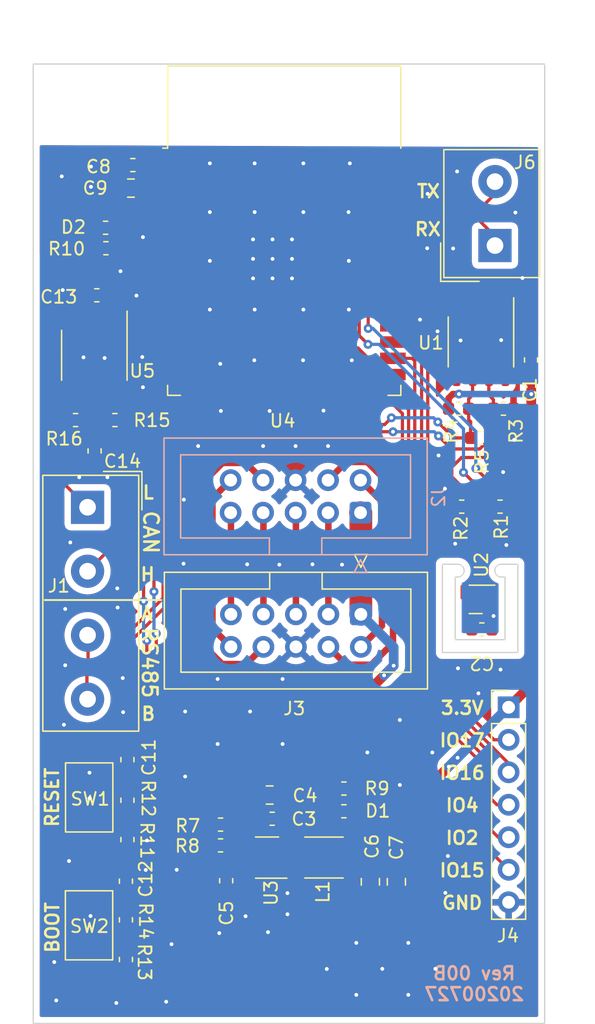
<source format=kicad_pcb>
(kicad_pcb (version 20200628) (host pcbnew "(5.99.0-2318-gf1aa7e523)")
  (layers (0 "F.Cu" signal) (31 "B.Cu" signal) (34 "B.Paste" user) (35 "F.Paste" user) (36 "B.SilkS" user) (37 "F.SilkS" user) (38 "B.Mask" user) (39 "F.Mask" user) (44 "Edge.Cuts" user))
  (net 0 "")
  (net 1 "GND")
  (net 2 "+3V3")
  (net 3 "VCC")
  (net 4 "Net-(C5-Pad2)")
  (net 5 "/VBST")
  (net 6 "/RESET")
  (net 7 "Net-(C11-Pad2)")
  (net 8 "Net-(C12-Pad2)")
  (net 9 "Net-(C14-Pad1)")
  (net 10 "Net-(D1-Pad2)")
  (net 11 "Net-(D2-Pad2)")
  (net 12 "/LED")
  (net 13 "Net-(J2-Pad10)")
  (net 14 "Net-(J2-Pad8)")
  (net 15 "Net-(J2-Pad4)")
  (net 16 "Net-(J2-Pad2)")
  (net 17 "Net-(J2-Pad9)")
  (net 18 "Net-(J2-Pad7)")
  (net 19 "Net-(J2-Pad5)")
  (net 20 "Net-(J2-Pad3)")
  (net 21 "/IO34")
  (net 22 "/IO32")
  (net 23 "/IO27")
  (net 24 "/IO26")
  (net 25 "/IO13")
  (net 26 "/IO12")
  (net 27 "/IO21")
  (net 28 "/RX")
  (net 29 "/TX")
  (net 30 "/SDA")
  (net 31 "/SCL")
  (net 32 "Net-(U2-Pad5)")
  (net 33 "/FB")
  (net 34 "/BOOT")
  (net 35 "/DI")
  (net 36 "/RE")
  (net 37 "/RO")
  (net 38 "Net-(U4-Pad32)")
  (net 39 "/D")
  (net 40 "/R")
  (net 41 "/IO2")
  (net 42 "/IO15")
  (net 43 "/IO14")
  (net 44 "Net-(U5-Pad5)")
  (net 45 "/CANL")
  (net 46 "/CANH")
  (net 47 "/B")
  (net 48 "/A")
  (net 49 "/SDI")
  (net 50 "/SDO")
  (net 51 "/SCK")
  (net 52 "/SCS")
  (net 53 "/SWP")
  (net 54 "/SHD")
  (net 55 "/SENSOR_VN")
  (net 56 "/SENSOR_VP")
  (net 57 "/IO4")
  (net 58 "/IO16")
  (net 59 "/IO17")
  (module "Button_Switch_SMD:SW_SPST_TS_1101_X_X" (layer "F.Cu") (at 64.365 92.329 -90)
    (fp_text reference "SW2" (at 0.071 -0.035) (layer "F.SilkS"))
    (fp_text value "SW_Push")
    (pad "2" smd rect (at 3.7 0 270) (size 1.2 1) (layers "F.Cu" "F.Paste" "F.Mask") (net 1 "GND"))
    (pad "1" smd rect (at -3.7 0 270) (size 1.2 1) (layers "F.Cu" "F.Paste" "F.Mask") (net 8 "Net-(C12-Pad2)"))
  )
  (module "Button_Switch_SMD:SW_SPST_TS_1101_X_X" (layer "F.Cu") (at 64.3772 82.33265 -90)
    (fp_text reference "SW1" (at 0.11735 -0.0728) (layer "F.SilkS"))
    (fp_text value "SW_Push")
    (pad "2" smd rect (at 3.7 0 270) (size 1.2 1) (layers "F.Cu" "F.Paste" "F.Mask") (net 1 "GND"))
    (pad "1" smd rect (at -3.7 0 270) (size 1.2 1) (layers "F.Cu" "F.Paste" "F.Mask") (net 7 "Net-(C11-Pad2)"))
  )
  (module "Sensor_Humidity:Sensirion_DFN-4-1EP_2x2mm_P1mm_EP0.7x1.6mm" (layer "F.Cu") (at 95.1 66.85 180)
    (fp_text reference "U2" (at 0.05 2.7 90) (layer "F.SilkS"))
    (fp_text value "SHTC3")
    (pad "5" smd roundrect (at 0 0 180) (size 0.7 1.6) (layers "F.Cu" "F.Mask") (net 32 "Net-(U2-Pad5)"))
    (pad "4" smd roundrect (at 0.925 -0.5 180) (size 0.55 0.35) (layers "F.Cu" "F.Mask") (net 2 "+3V3"))
    (pad "3" smd roundrect (at 0.925 0.5 180) (size 0.55 0.35) (layers "F.Cu" "F.Mask") (net 30 "/SDA"))
    (pad "2" smd roundrect (at -0.925 0.5 180) (size 0.55 0.35) (layers "F.Cu" "F.Mask") (net 31 "/SCL"))
    (pad "1" smd roundrect (at -0.925 -0.5 180) (size 0.55 0.35) (layers "F.Cu" "F.Mask") (net 1 "GND"))
  )
  (module "Inductor_SMD:L_Taiyo-Yuden_NR-30xx" (layer "F.Cu") (at 82.74 87.03)
    (fp_text reference "L1" (at -0.09 2.68 90) (layer "F.SilkS"))
    (fp_text value "3.3uH")
    (pad "2" smd rect (at 1.1 0) (size 0.8 2.9) (layers "F.Cu" "F.Paste" "F.Mask") (net 2 "+3V3"))
    (pad "1" smd rect (at -1.1 0) (size 0.8 2.9) (layers "F.Cu" "F.Paste" "F.Mask") (net 4 "Net-(C5-Pad2)"))
  )
  (module "Capacitor_SMD:C_0603_1608Metric" (layer "F.Cu") (at 67.25 88.8795 -90)
    (fp_text reference "C12" (at -0.1795 -1.55 -90) (layer "F.SilkS"))
    (fp_text value "1n")
    (pad "2" smd roundrect (at 0.7875 0 270) (size 0.875 0.95) (layers "F.Cu" "F.Paste" "F.Mask") (net 8 "Net-(C12-Pad2)"))
    (pad "1" smd roundrect (at -0.7875 0 270) (size 0.875 0.95) (layers "F.Cu" "F.Paste" "F.Mask") (net 1 "GND"))
  )
  (module "TerminalBlock_Altech:Altech_AK500_1x04_P5.00" (layer "F.Cu") (at 64.25 59.65 -90)
    (fp_text reference "J1" (at 6.15 2.25 unlocked) (layer "F.SilkS"))
    (fp_text value "Screw_Terminal_01x04")
    (pad "4" thru_hole circle (at 15 0 270) (size 2.6 2.6) (drill 1.3) (layers *.Cu *.Mask) (net 47 "/B"))
    (pad "3" thru_hole circle (at 10 0 270) (size 2.6 2.6) (drill 1.3) (layers *.Cu *.Mask) (net 48 "/A"))
    (pad "2" thru_hole circle (at 5 0 270) (size 2.6 2.6) (drill 1.3) (layers *.Cu *.Mask) (net 46 "/CANH"))
    (pad "1" thru_hole rect (at 0 0 270) (size 2.6 2.6) (drill 1.3) (layers *.Cu *.Mask) (net 45 "/CANL"))
  )
  (module "TerminalBlock_Altech:Altech_AK500_1x02_P5.00" (layer "F.Cu") (at 96.1136 39.1922 90)
    (fp_text reference "J6" (at 6.5024 2.3368 unlocked) (layer "F.SilkS"))
    (fp_text value "Screw_Terminal_01x02")
    (pad "1" thru_hole rect (at 0 0 90) (size 2.6 2.6) (drill 1.3) (layers *.Cu *.Mask) (net 28 "/RX"))
    (pad "2" thru_hole circle (at 5 0 90) (size 2.6 2.6) (drill 1.3) (layers *.Cu *.Mask) (net 29 "/TX"))
  )
  (module "Resistor_SMD:R_0603_1608Metric" (layer "F.Cu") (at 67.25 91.902 90)
    (fp_text reference "R14" (at -0.098 1.55 270 unlocked) (layer "F.SilkS"))
    (fp_text value "470")
    (pad "2" smd roundrect (at 0.7875 0 90) (size 0.875 0.95) (layers "F.Cu" "F.Paste" "F.Mask") (net 8 "Net-(C12-Pad2)"))
    (pad "1" smd roundrect (at -0.7875 0 90) (size 0.875 0.95) (layers "F.Cu" "F.Paste" "F.Mask") (net 34 "/BOOT"))
  )
  (module "Resistor_SMD:R_0603_1608Metric" (layer "F.Cu") (at 67.25 95.001 90)
    (fp_text reference "R13" (at -0.199 1.45 270 unlocked) (layer "F.SilkS"))
    (fp_text value "10k")
    (pad "2" smd roundrect (at 0.7875 0 90) (size 0.875 0.95) (layers "F.Cu" "F.Paste" "F.Mask") (net 34 "/BOOT"))
    (pad "1" smd roundrect (at -0.7875 0 90) (size 0.875 0.95) (layers "F.Cu" "F.Paste" "F.Mask") (net 2 "+3V3"))
  )
  (module "Resistor_SMD:R_0603_1608Metric" (layer "F.Cu") (at 67.3672 82.55365 90)
    (fp_text reference "R12" (at 0.15365 1.6328 270 unlocked) (layer "F.SilkS"))
    (fp_text value "470")
    (pad "2" smd roundrect (at 0.7875 0 90) (size 0.875 0.95) (layers "F.Cu" "F.Paste" "F.Mask") (net 7 "Net-(C11-Pad2)"))
    (pad "1" smd roundrect (at -0.7875 0 90) (size 0.875 0.95) (layers "F.Cu" "F.Paste" "F.Mask") (net 6 "/RESET"))
  )
  (module "Resistor_SMD:R_0603_1608Metric" (layer "F.Cu") (at 67.3672 85.62715 90)
    (fp_text reference "R11" (at -0.07285 1.5328 270 unlocked) (layer "F.SilkS"))
    (fp_text value "10k")
    (pad "2" smd roundrect (at 0.7875 0 90) (size 0.875 0.95) (layers "F.Cu" "F.Paste" "F.Mask") (net 6 "/RESET"))
    (pad "1" smd roundrect (at -0.7875 0 90) (size 0.875 0.95) (layers "F.Cu" "F.Paste" "F.Mask") (net 2 "+3V3"))
  )
  (module "Resistor_SMD:R_0603_1608Metric" (layer "F.Cu") (at 65.659 37.8 180)
    (fp_text reference "R10" (at 3.048 -1.6462 180) (layer "F.SilkS"))
    (fp_text value "470")
    (pad "2" smd roundrect (at 0.7875 0 180) (size 0.875 0.95) (layers "F.Cu" "F.Paste" "F.Mask") (net 11 "Net-(D2-Pad2)"))
    (pad "1" smd roundrect (at -0.7875 0 180) (size 0.875 0.95) (layers "F.Cu" "F.Paste" "F.Mask") (net 2 "+3V3"))
  )
  (module "Resistor_SMD:R_0603_1608Metric" (layer "F.Cu") (at 84.2947 83.4137)
    (fp_text reference "R9" (at 2.5987 -1.7781) (layer "F.SilkS"))
    (fp_text value "3.9k")
    (pad "2" smd roundrect (at 0.7875 0) (size 0.875 0.95) (layers "F.Cu" "F.Paste" "F.Mask") (net 10 "Net-(D1-Pad2)"))
    (pad "1" smd roundrect (at -0.7875 0) (size 0.875 0.95) (layers "F.Cu" "F.Paste" "F.Mask") (net 3 "VCC"))
  )
  (module "Resistor_SMD:R_0603_1608Metric" (layer "F.Cu") (at 74.6505 86.0806 180)
    (fp_text reference "R8" (at 2.5907 -0.0508 180) (layer "F.SilkS"))
    (fp_text value "33.2k")
    (pad "2" smd roundrect (at 0.7875 0 180) (size 0.875 0.95) (layers "F.Cu" "F.Paste" "F.Mask") (net 2 "+3V3"))
    (pad "1" smd roundrect (at -0.7875 0 180) (size 0.875 0.95) (layers "F.Cu" "F.Paste" "F.Mask") (net 33 "/FB"))
  )
  (module "Resistor_SMD:R_0603_1608Metric" (layer "F.Cu") (at 74.6505 84.455 180)
    (fp_text reference "R7" (at 2.5653 -0.1016 180) (layer "F.SilkS"))
    (fp_text value "10k")
    (pad "2" smd roundrect (at 0.7875 0 180) (size 0.875 0.95) (layers "F.Cu" "F.Paste" "F.Mask") (net 1 "GND"))
    (pad "1" smd roundrect (at -0.7875 0 180) (size 0.875 0.95) (layers "F.Cu" "F.Paste" "F.Mask") (net 33 "/FB"))
  )
  (module "Resistor_SMD:R_0603_1608Metric" (layer "F.Cu") (at 96.5125 59.6 180)
    (fp_text reference "R2" (at 3.0625 -1.7 90) (layer "F.SilkS"))
    (fp_text value "10k")
    (pad "2" smd roundrect (at 0.7875 0 180) (size 0.875 0.95) (layers "F.Cu" "F.Paste" "F.Mask") (net 31 "/SCL"))
    (pad "1" smd roundrect (at -0.7875 0 180) (size 0.875 0.95) (layers "F.Cu" "F.Paste" "F.Mask") (net 2 "+3V3"))
  )
  (module "Resistor_SMD:R_0603_1608Metric" (layer "F.Cu") (at 93.5125 59.6)
    (fp_text reference "R1" (at 3.0875 1.6 270) (layer "F.SilkS"))
    (fp_text value "10k")
    (pad "2" smd roundrect (at 0.7875 0) (size 0.875 0.95) (layers "F.Cu" "F.Paste" "F.Mask") (net 30 "/SDA"))
    (pad "1" smd roundrect (at -0.7875 0) (size 0.875 0.95) (layers "F.Cu" "F.Paste" "F.Mask") (net 2 "+3V3"))
  )
  (module "Connector_PinHeader_2.54mm:PinHeader_1x07_P2.54mm_Vertical" (layer "F.Cu") (at 97.1804 75.2856)
    (fp_text reference "J4" (at -0.0508 17.8562 180) (layer "F.SilkS"))
    (fp_text value "Conn_01x10_Male")
    (pad "7" thru_hole oval (at 0 15.24) (size 1.7 1.7) (drill 1) (layers *.Cu *.Mask) (net 1 "GND"))
    (pad "6" thru_hole oval (at 0 12.7) (size 1.7 1.7) (drill 1) (layers *.Cu *.Mask) (net 42 "/IO15"))
    (pad "5" thru_hole oval (at 0 10.16) (size 1.7 1.7) (drill 1) (layers *.Cu *.Mask) (net 41 "/IO2"))
    (pad "4" thru_hole oval (at 0 7.62) (size 1.7 1.7) (drill 1) (layers *.Cu *.Mask) (net 57 "/IO4"))
    (pad "3" thru_hole oval (at 0 5.08) (size 1.7 1.7) (drill 1) (layers *.Cu *.Mask) (net 58 "/IO16"))
    (pad "2" thru_hole oval (at 0 2.54) (size 1.7 1.7) (drill 1) (layers *.Cu *.Mask) (net 59 "/IO17"))
    (pad "1" thru_hole rect (at 0 0) (size 1.7 1.7) (drill 1) (layers *.Cu *.Mask) (net 2 "+3V3"))
  )
  (module "Package_SO:SOIC-8_3.9x4.9mm_P1.27mm" (layer "F.Cu") (at 64.7795 47.772 -90)
    (fp_text reference "U5" (at 1.2246 -3.7497 180) (layer "F.SilkS"))
    (fp_text value "SN65HVD230")
    (pad "8" smd roundrect (at 2.475 -1.905 270) (size 1.95 0.6) (layers "F.Cu" "F.Paste" "F.Mask") (net 1 "GND"))
    (pad "7" smd roundrect (at 2.475 -0.635 270) (size 1.95 0.6) (layers "F.Cu" "F.Paste" "F.Mask") (net 46 "/CANH"))
    (pad "6" smd roundrect (at 2.475 0.635 270) (size 1.95 0.6) (layers "F.Cu" "F.Paste" "F.Mask") (net 45 "/CANL"))
    (pad "5" smd roundrect (at 2.475 1.905 270) (size 1.95 0.6) (layers "F.Cu" "F.Paste" "F.Mask") (net 44 "Net-(U5-Pad5)"))
    (pad "4" smd roundrect (at -2.475 1.905 270) (size 1.95 0.6) (layers "F.Cu" "F.Paste" "F.Mask") (net 40 "/R"))
    (pad "3" smd roundrect (at -2.475 0.635 270) (size 1.95 0.6) (layers "F.Cu" "F.Paste" "F.Mask") (net 2 "+3V3"))
    (pad "2" smd roundrect (at -2.475 -0.635 270) (size 1.95 0.6) (layers "F.Cu" "F.Paste" "F.Mask") (net 1 "GND"))
    (pad "1" smd roundrect (at -2.475 -1.905 270) (size 1.95 0.6) (layers "F.Cu" "F.Paste" "F.Mask") (net 39 "/D"))
  )
  (module "RF_Module:ESP32-WROOM-32" (layer "F.Cu") (at 79.629 41.021)
    (fp_text reference "U4" (at -0.129 11.879 180) (layer "F.SilkS"))
    (fp_text value "ESP32-WROOM-32")
    (pad "38" smd rect (at 8.5 -8.255) (size 2 0.9) (layers "F.Cu" "F.Paste" "F.Mask") (net 1 "GND"))
    (pad "37" smd rect (at 8.5 -6.985) (size 2 0.9) (layers "F.Cu" "F.Paste" "F.Mask") (net 30 "/SDA"))
    (pad "36" smd rect (at 8.5 -5.715) (size 2 0.9) (layers "F.Cu" "F.Paste" "F.Mask") (net 31 "/SCL"))
    (pad "35" smd rect (at 8.5 -4.445) (size 2 0.9) (layers "F.Cu" "F.Paste" "F.Mask") (net 29 "/TX"))
    (pad "34" smd rect (at 8.5 -3.175) (size 2 0.9) (layers "F.Cu" "F.Paste" "F.Mask") (net 28 "/RX"))
    (pad "33" smd rect (at 8.5 -1.905) (size 2 0.9) (layers "F.Cu" "F.Paste" "F.Mask") (net 27 "/IO21"))
    (pad "32" smd rect (at 8.5 -0.635) (size 2 0.9) (layers "F.Cu" "F.Paste" "F.Mask") (net 38 "Net-(U4-Pad32)"))
    (pad "31" smd rect (at 8.5 0.635) (size 2 0.9) (layers "F.Cu" "F.Paste" "F.Mask") (net 37 "/RO"))
    (pad "30" smd rect (at 8.5 1.905) (size 2 0.9) (layers "F.Cu" "F.Paste" "F.Mask") (net 36 "/RE"))
    (pad "29" smd rect (at 8.5 3.175) (size 2 0.9) (layers "F.Cu" "F.Paste" "F.Mask") (net 35 "/DI"))
    (pad "28" smd rect (at 8.5 4.445) (size 2 0.9) (layers "F.Cu" "F.Paste" "F.Mask") (net 59 "/IO17"))
    (pad "27" smd rect (at 8.5 5.715) (size 2 0.9) (layers "F.Cu" "F.Paste" "F.Mask") (net 58 "/IO16"))
    (pad "26" smd rect (at 8.5 6.985) (size 2 0.9) (layers "F.Cu" "F.Paste" "F.Mask") (net 57 "/IO4"))
    (pad "25" smd rect (at 8.5 8.255) (size 2 0.9) (layers "F.Cu" "F.Paste" "F.Mask") (net 34 "/BOOT"))
    (pad "24" smd rect (at 5.715 9.255 90) (size 2 0.9) (layers "F.Cu" "F.Paste" "F.Mask") (net 41 "/IO2"))
    (pad "23" smd rect (at 4.445 9.255 90) (size 2 0.9) (layers "F.Cu" "F.Paste" "F.Mask") (net 42 "/IO15"))
    (pad "22" smd rect (at 3.175 9.255 90) (size 2 0.9) (layers "F.Cu" "F.Paste" "F.Mask") (net 49 "/SDI"))
    (pad "21" smd rect (at 1.905 9.255 90) (size 2 0.9) (layers "F.Cu" "F.Paste" "F.Mask") (net 50 "/SDO"))
    (pad "20" smd rect (at 0.635 9.255 90) (size 2 0.9) (layers "F.Cu" "F.Paste" "F.Mask") (net 51 "/SCK"))
    (pad "19" smd rect (at -0.635 9.255 90) (size 2 0.9) (layers "F.Cu" "F.Paste" "F.Mask") (net 52 "/SCS"))
    (pad "18" smd rect (at -1.905 9.255 90) (size 2 0.9) (layers "F.Cu" "F.Paste" "F.Mask") (net 53 "/SWP"))
    (pad "17" smd rect (at -3.175 9.255 90) (size 2 0.9) (layers "F.Cu" "F.Paste" "F.Mask") (net 54 "/SHD"))
    (pad "16" smd rect (at -4.445 9.255 90) (size 2 0.9) (layers "F.Cu" "F.Paste" "F.Mask") (net 25 "/IO13"))
    (pad "15" smd rect (at -5.715 9.255 90) (size 2 0.9) (layers "F.Cu" "F.Paste" "F.Mask") (net 1 "GND"))
    (pad "14" smd rect (at -8.5 8.255) (size 2 0.9) (layers "F.Cu" "F.Paste" "F.Mask") (net 26 "/IO12"))
    (pad "13" smd rect (at -8.5 6.985) (size 2 0.9) (layers "F.Cu" "F.Paste" "F.Mask") (net 43 "/IO14"))
    (pad "12" smd rect (at -8.5 5.715) (size 2 0.9) (layers "F.Cu" "F.Paste" "F.Mask") (net 23 "/IO27"))
    (pad "11" smd rect (at -8.5 4.445) (size 2 0.9) (layers "F.Cu" "F.Paste" "F.Mask") (net 24 "/IO26"))
    (pad "10" smd rect (at -8.5 3.175) (size 2 0.9) (layers "F.Cu" "F.Paste" "F.Mask") (net 40 "/R"))
    (pad "9" smd rect (at -8.5 1.905) (size 2 0.9) (layers "F.Cu" "F.Paste" "F.Mask") (net 39 "/D"))
    (pad "8" smd rect (at -8.5 0.635) (size 2 0.9) (layers "F.Cu" "F.Paste" "F.Mask") (net 22 "/IO32"))
    (pad "7" smd rect (at -8.5 -0.635) (size 2 0.9) (layers "F.Cu" "F.Paste" "F.Mask") (net 12 "/LED"))
    (pad "6" smd rect (at -8.5 -1.905) (size 2 0.9) (layers "F.Cu" "F.Paste" "F.Mask") (net 21 "/IO34"))
    (pad "5" smd rect (at -8.5 -3.175) (size 2 0.9) (layers "F.Cu" "F.Paste" "F.Mask") (net 55 "/SENSOR_VN"))
    (pad "4" smd rect (at -8.5 -4.445) (size 2 0.9) (layers "F.Cu" "F.Paste" "F.Mask") (net 56 "/SENSOR_VP"))
    (pad "3" smd rect (at -8.5 -5.715) (size 2 0.9) (layers "F.Cu" "F.Paste" "F.Mask") (net 6 "/RESET"))
    (pad "2" smd rect (at -8.5 -6.985) (size 2 0.9) (layers "F.Cu" "F.Paste" "F.Mask") (net 2 "+3V3"))
    (pad "1" smd rect (at -8.5 -8.255) (size 2 0.9) (layers "F.Cu" "F.Paste" "F.Mask") (net 1 "GND"))
    (pad "39" smd rect (at -1 -0.755) (size 5 5) (layers "F.Cu" "F.Paste" "F.Mask") (net 1 "GND"))
  )
  (module "Package_TO_SOT_SMD:SOT-23-6" (layer "F.Cu") (at 78.2868 87.0356 180)
    (fp_text reference "U3" (at -0.3132 -2.7644 90) (layer "F.SilkS"))
    (fp_text value "TPS562201DDCR")
    (pad "5" smd rect (at 1.1 0 180) (size 1.06 0.65) (layers "F.Cu" "F.Paste" "F.Mask") (net 3 "VCC"))
    (pad "6" smd rect (at 1.1 -0.95 180) (size 1.06 0.65) (layers "F.Cu" "F.Paste" "F.Mask") (net 5 "/VBST"))
    (pad "4" smd rect (at 1.1 0.95 180) (size 1.06 0.65) (layers "F.Cu" "F.Paste" "F.Mask") (net 33 "/FB"))
    (pad "3" smd rect (at -1.1 0.95 180) (size 1.06 0.65) (layers "F.Cu" "F.Paste" "F.Mask") (net 3 "VCC"))
    (pad "2" smd rect (at -1.1 0 180) (size 1.06 0.65) (layers "F.Cu" "F.Paste" "F.Mask") (net 4 "Net-(C5-Pad2)"))
    (pad "1" smd rect (at -1.1 -0.95 180) (size 1.06 0.65) (layers "F.Cu" "F.Paste" "F.Mask") (net 1 "GND"))
  )
  (module "Package_SO:SOIC-8_3.9x4.9mm_P1.27mm" (layer "F.Cu") (at 95.015 46.725 -90)
    (fp_text reference "U1" (at 0.075 3.915 180) (layer "F.SilkS"))
    (fp_text value "SN65HVD11DR")
    (pad "8" smd roundrect (at 2.475 -1.905 270) (size 1.95 0.6) (layers "F.Cu" "F.Paste" "F.Mask") (net 2 "+3V3"))
    (pad "7" smd roundrect (at 2.475 -0.635 270) (size 1.95 0.6) (layers "F.Cu" "F.Paste" "F.Mask") (net 47 "/B"))
    (pad "6" smd roundrect (at 2.475 0.635 270) (size 1.95 0.6) (layers "F.Cu" "F.Paste" "F.Mask") (net 48 "/A"))
    (pad "5" smd roundrect (at 2.475 1.905 270) (size 1.95 0.6) (layers "F.Cu" "F.Paste" "F.Mask") (net 1 "GND"))
    (pad "4" smd roundrect (at -2.475 1.905 270) (size 1.95 0.6) (layers "F.Cu" "F.Paste" "F.Mask") (net 35 "/DI"))
    (pad "3" smd roundrect (at -2.475 0.635 270) (size 1.95 0.6) (layers "F.Cu" "F.Paste" "F.Mask") (net 36 "/RE"))
    (pad "2" smd roundrect (at -2.475 -0.635 270) (size 1.95 0.6) (layers "F.Cu" "F.Paste" "F.Mask") (net 36 "/RE"))
    (pad "1" smd roundrect (at -2.475 -1.905 270) (size 1.95 0.6) (layers "F.Cu" "F.Paste" "F.Mask") (net 37 "/RO"))
  )
  (module "Resistor_SMD:R_0603_1608Metric" (layer "F.Cu") (at 63.3125 52.832 180)
    (fp_text reference "R16" (at 0.8935 -1.468 180) (layer "F.SilkS"))
    (fp_text value "62")
    (pad "2" smd roundrect (at 0.7875 0 180) (size 0.875 0.95) (layers "F.Cu" "F.Paste" "F.Mask") (net 45 "/CANL"))
    (pad "1" smd roundrect (at -0.7875 0 180) (size 0.875 0.95) (layers "F.Cu" "F.Paste" "F.Mask") (net 9 "Net-(C14-Pad1)"))
  )
  (module "Resistor_SMD:R_0603_1608Metric" (layer "F.Cu") (at 66.3875 52.832 180)
    (fp_text reference "R15" (at -2.902 -0.018 180) (layer "F.SilkS"))
    (fp_text value "62")
    (pad "2" smd roundrect (at 0.7875 0 180) (size 0.875 0.95) (layers "F.Cu" "F.Paste" "F.Mask") (net 9 "Net-(C14-Pad1)"))
    (pad "1" smd roundrect (at -0.7875 0 180) (size 0.875 0.95) (layers "F.Cu" "F.Paste" "F.Mask") (net 46 "/CANH"))
  )
  (module "Resistor_SMD:R_0603_1608Metric" (layer "F.Cu") (at 94.996 54.229)
    (fp_text reference "R5" (at 0.1015 1.8728 90) (layer "F.SilkS"))
    (fp_text value "120")
    (pad "2" smd roundrect (at 0.7875 0) (size 0.875 0.95) (layers "F.Cu" "F.Paste" "F.Mask") (net 47 "/B"))
    (pad "1" smd roundrect (at -0.7875 0) (size 0.875 0.95) (layers "F.Cu" "F.Paste" "F.Mask") (net 48 "/A"))
  )
  (module "Resistor_SMD:R_0603_1608Metric" (layer "F.Cu") (at 93.269 51.943)
    (fp_text reference "R4" (at -0.5845 1.757 270) (layer "F.SilkS"))
    (fp_text value "20k")
    (pad "2" smd roundrect (at 0.7875 0) (size 0.875 0.95) (layers "F.Cu" "F.Paste" "F.Mask") (net 48 "/A"))
    (pad "1" smd roundrect (at -0.7875 0) (size 0.875 0.95) (layers "F.Cu" "F.Paste" "F.Mask") (net 2 "+3V3"))
  )
  (module "Resistor_SMD:R_0603_1608Metric" (layer "F.Cu") (at 96.774 51.943)
    (fp_text reference "R3" (at 0.9905 1.757 270) (layer "F.SilkS"))
    (fp_text value "20k")
    (pad "2" smd roundrect (at 0.7875 0) (size 0.875 0.95) (layers "F.Cu" "F.Paste" "F.Mask") (net 1 "GND"))
    (pad "1" smd roundrect (at -0.7875 0) (size 0.875 0.95) (layers "F.Cu" "F.Paste" "F.Mask") (net 47 "/B"))
  )
  (module "Connector_IDC:IDC-Header_2x05_P2.54mm_Vertical" (layer "F.Cu") (at 85.6234 68.0212 -90)
    (fp_text reference "J3" (at 7.366 5.207 180) (layer "F.SilkS"))
    (fp_text value "Conn_02x05_Odd_Even")
    (pad "10" thru_hole circle (at 2.54 10.16 270) (size 1.7 1.7) (drill 1) (layers *.Cu *.Mask) (net 13 "Net-(J2-Pad10)"))
    (pad "8" thru_hole circle (at 2.54 7.62 270) (size 1.7 1.7) (drill 1) (layers *.Cu *.Mask) (net 14 "Net-(J2-Pad8)"))
    (pad "6" thru_hole circle (at 2.54 5.08 270) (size 1.7 1.7) (drill 1) (layers *.Cu *.Mask) (net 1 "GND"))
    (pad "4" thru_hole circle (at 2.54 2.54 270) (size 1.7 1.7) (drill 1) (layers *.Cu *.Mask) (net 15 "Net-(J2-Pad4)"))
    (pad "2" thru_hole circle (at 2.54 0 270) (size 1.7 1.7) (drill 1) (layers *.Cu *.Mask) (net 16 "Net-(J2-Pad2)"))
    (pad "9" thru_hole circle (at 0 10.16 270) (size 1.7 1.7) (drill 1) (layers *.Cu *.Mask) (net 17 "Net-(J2-Pad9)"))
    (pad "7" thru_hole circle (at 0 7.62 270) (size 1.7 1.7) (drill 1) (layers *.Cu *.Mask) (net 18 "Net-(J2-Pad7)"))
    (pad "5" thru_hole circle (at 0 5.08 270) (size 1.7 1.7) (drill 1) (layers *.Cu *.Mask) (net 19 "Net-(J2-Pad5)"))
    (pad "3" thru_hole circle (at 0 2.54 270) (size 1.7 1.7) (drill 1) (layers *.Cu *.Mask) (net 20 "Net-(J2-Pad3)"))
    (pad "1" thru_hole roundrect (at 0 0 270) (size 1.7 1.7) (drill 1) (layers *.Cu *.Mask) (roundrect_rratio 0.1470588235294118) (net 3 "VCC"))
  )
  (module "Connector_IDC:IDC-Header_2x05_P2.54mm_Vertical" (layer "B.Cu") (at 85.598 60.071 90)
    (fp_text reference "J2" (at 1.27 6.1 90) (layer "B.SilkS") (effects (justify mirror)))
    (fp_text value "Conn_02x05_Odd_Even")
    (pad "10" thru_hole circle (at 2.54 -10.16 90) (size 1.7 1.7) (drill 1) (layers *.Cu *.Mask) (net 13 "Net-(J2-Pad10)"))
    (pad "8" thru_hole circle (at 2.54 -7.62 90) (size 1.7 1.7) (drill 1) (layers *.Cu *.Mask) (net 14 "Net-(J2-Pad8)"))
    (pad "6" thru_hole circle (at 2.54 -5.08 90) (size 1.7 1.7) (drill 1) (layers *.Cu *.Mask) (net 1 "GND"))
    (pad "4" thru_hole circle (at 2.54 -2.54 90) (size 1.7 1.7) (drill 1) (layers *.Cu *.Mask) (net 15 "Net-(J2-Pad4)"))
    (pad "2" thru_hole circle (at 2.54 0 90) (size 1.7 1.7) (drill 1) (layers *.Cu *.Mask) (net 16 "Net-(J2-Pad2)"))
    (pad "9" thru_hole circle (at 0 -10.16 90) (size 1.7 1.7) (drill 1) (layers *.Cu *.Mask) (net 17 "Net-(J2-Pad9)"))
    (pad "7" thru_hole circle (at 0 -7.62 90) (size 1.7 1.7) (drill 1) (layers *.Cu *.Mask) (net 18 "Net-(J2-Pad7)"))
    (pad "5" thru_hole circle (at 0 -5.08 90) (size 1.7 1.7) (drill 1) (layers *.Cu *.Mask) (net 19 "Net-(J2-Pad5)"))
    (pad "3" thru_hole circle (at 0 -2.54 90) (size 1.7 1.7) (drill 1) (layers *.Cu *.Mask) (net 20 "Net-(J2-Pad3)"))
    (pad "1" thru_hole roundrect (at 0 0 90) (size 1.7 1.7) (drill 1) (layers *.Cu *.Mask) (roundrect_rratio 0.1470588235294118) (net 3 "VCC"))
  )
  (module "Capacitor_SMD:C_0603_1608Metric" (layer "F.Cu") (at 65.6845 39.4 180)
    (fp_text reference "D2" (at 2.54 1.651 180) (layer "F.SilkS"))
    (fp_text value "LED")
    (pad "2" smd roundrect (at 0.7875 0 180) (size 0.875 0.95) (layers "F.Cu" "F.Paste" "F.Mask") (net 11 "Net-(D2-Pad2)"))
    (pad "1" smd roundrect (at -0.7875 0 180) (size 0.875 0.95) (layers "F.Cu" "F.Paste" "F.Mask") (net 12 "/LED"))
  )
  (module "Capacitor_SMD:C_0603_1608Metric" (layer "F.Cu") (at 84.2947 81.6357)
    (fp_text reference "D1" (at 2.6495 1.7525 180) (layer "F.SilkS"))
    (fp_text value "LED")
    (pad "2" smd roundrect (at 0.7875 0) (size 0.875 0.95) (layers "F.Cu" "F.Paste" "F.Mask") (net 10 "Net-(D1-Pad2)"))
    (pad "1" smd roundrect (at -0.7875 0) (size 0.875 0.95) (layers "F.Cu" "F.Paste" "F.Mask") (net 1 "GND"))
  )
  (module "Capacitor_SMD:C_0603_1608Metric" (layer "F.Cu") (at 64.8 55.2451 -90)
    (fp_text reference "C14" (at 0.8049 -2.18 180) (layer "F.SilkS"))
    (fp_text value "4.7n")
    (pad "2" smd roundrect (at 0.7875 0 270) (size 0.875 0.95) (layers "F.Cu" "F.Paste" "F.Mask") (net 1 "GND"))
    (pad "1" smd roundrect (at -0.7875 0 270) (size 0.875 0.95) (layers "F.Cu" "F.Paste" "F.Mask") (net 9 "Net-(C14-Pad1)"))
  )
  (module "Capacitor_SMD:C_0603_1608Metric" (layer "F.Cu") (at 64.9731 43.0784)
    (fp_text reference "C13" (at -2.9717 0.127) (layer "F.SilkS"))
    (fp_text value "0.1u")
    (pad "2" smd roundrect (at 0.7875 0) (size 0.875 0.95) (layers "F.Cu" "F.Paste" "F.Mask") (net 1 "GND"))
    (pad "1" smd roundrect (at -0.7875 0) (size 0.875 0.95) (layers "F.Cu" "F.Paste" "F.Mask") (net 2 "+3V3"))
  )
  (module "Capacitor_SMD:C_0603_1608Metric" (layer "F.Cu") (at 67.3672 79.37865 -90)
    (fp_text reference "C11" (at -0.17865 -1.6828 -90) (layer "F.SilkS"))
    (fp_text value "1n")
    (pad "2" smd roundrect (at 0.7875 0 270) (size 0.875 0.95) (layers "F.Cu" "F.Paste" "F.Mask") (net 7 "Net-(C11-Pad2)"))
    (pad "1" smd roundrect (at -0.7875 0 270) (size 0.875 0.95) (layers "F.Cu" "F.Paste" "F.Mask") (net 1 "GND"))
  )
  (module "Capacitor_SMD:C_0805_2012Metric" (layer "F.Cu") (at 67.6425 34.7 180)
    (fp_text reference "C9" (at 2.794 0) (layer "F.SilkS"))
    (fp_text value "22u")
    (pad "2" smd roundrect (at 0.9375 0 180) (size 0.975 1.4) (layers "F.Cu" "F.Paste" "F.Mask") (net 1 "GND"))
    (pad "1" smd roundrect (at -0.9375 0 180) (size 0.975 1.4) (layers "F.Cu" "F.Paste" "F.Mask") (net 2 "+3V3"))
  )
  (module "Capacitor_SMD:C_0603_1608Metric" (layer "F.Cu") (at 67.7925 32.9 180)
    (fp_text reference "C8" (at 2.69 -0.127) (layer "F.SilkS"))
    (fp_text value "0.1u")
    (pad "2" smd roundrect (at 0.7875 0 180) (size 0.875 0.95) (layers "F.Cu" "F.Paste" "F.Mask") (net 1 "GND"))
    (pad "1" smd roundrect (at -0.7875 0 180) (size 0.875 0.95) (layers "F.Cu" "F.Paste" "F.Mask") (net 2 "+3V3"))
  )
  (module "Capacitor_SMD:C_0805_2012Metric" (layer "F.Cu") (at 88.4 88.925 -90)
    (fp_text reference "C7" (at -2.667 0 90) (layer "F.SilkS"))
    (fp_text value "22u")
    (pad "2" smd roundrect (at 0.9375 0 270) (size 0.975 1.4) (layers "F.Cu" "F.Paste" "F.Mask") (net 1 "GND"))
    (pad "1" smd roundrect (at -0.9375 0 270) (size 0.975 1.4) (layers "F.Cu" "F.Paste" "F.Mask") (net 2 "+3V3"))
  )
  (module "Capacitor_SMD:C_0805_2012Metric" (layer "F.Cu") (at 86.368 88.925 -90)
    (fp_text reference "C6" (at -2.7686 -0.127 90) (layer "F.SilkS"))
    (fp_text value "22u")
    (pad "2" smd roundrect (at 0.9375 0 270) (size 0.975 1.4) (layers "F.Cu" "F.Paste" "F.Mask") (net 1 "GND"))
    (pad "1" smd roundrect (at -0.9375 0 270) (size 0.975 1.4) (layers "F.Cu" "F.Paste" "F.Mask") (net 2 "+3V3"))
  )
  (module "Capacitor_SMD:C_0603_1608Metric" (layer "F.Cu") (at 75.09 88.8425 -90)
    (fp_text reference "C5" (at 2.5375 -0.02 90) (layer "F.SilkS"))
    (fp_text value "0.1u")
    (pad "2" smd roundrect (at 0.7875 0 270) (size 0.875 0.95) (layers "F.Cu" "F.Paste" "F.Mask") (net 4 "Net-(C5-Pad2)"))
    (pad "1" smd roundrect (at -0.7875 0 270) (size 0.875 0.95) (layers "F.Cu" "F.Paste" "F.Mask") (net 5 "/VBST"))
  )
  (module "Capacitor_SMD:C_0805_2012Metric" (layer "F.Cu") (at 78.4883 82.1436 180)
    (fp_text reference "C4" (at -2.7663 -0.0508) (layer "F.SilkS"))
    (fp_text value "22u")
    (pad "2" smd roundrect (at 0.9375 0 180) (size 0.975 1.4) (layers "F.Cu" "F.Paste" "F.Mask") (net 1 "GND"))
    (pad "1" smd roundrect (at -0.9375 0 180) (size 0.975 1.4) (layers "F.Cu" "F.Paste" "F.Mask") (net 3 "VCC"))
  )
  (module "Capacitor_SMD:C_0603_1608Metric" (layer "F.Cu") (at 78.6891 83.9978 180)
    (fp_text reference "C3" (at -2.4893 -0.0254) (layer "F.SilkS"))
    (fp_text value "0.1u")
    (pad "2" smd roundrect (at 0.7875 0 180) (size 0.875 0.95) (layers "F.Cu" "F.Paste" "F.Mask") (net 1 "GND"))
    (pad "1" smd roundrect (at -0.7875 0 180) (size 0.875 0.95) (layers "F.Cu" "F.Paste" "F.Mask") (net 3 "VCC"))
  )
  (module "Capacitor_SMD:C_0603_1608Metric" (layer "F.Cu") (at 95.0875 69.2)
    (fp_text reference "C2" (at 0.0125 2.65 180 unlocked) (layer "F.SilkS"))
    (fp_text value "0.1u")
    (pad "2" smd roundrect (at 0.7875 0) (size 0.875 0.95) (layers "F.Cu" "F.Paste" "F.Mask") (net 1 "GND"))
    (pad "1" smd roundrect (at -0.7875 0) (size 0.875 0.95) (layers "F.Cu" "F.Paste" "F.Mask") (net 2 "+3V3"))
  )
  (module "Capacitor_SMD:C_0603_1608Metric" (layer "F.Cu") (at 98.933 48.133 90)
    (fp_text reference "C1" (at -2.3368 -0.0762 90) (layer "F.SilkS"))
    (fp_text value "0.1u")
    (pad "2" smd roundrect (at 0.7875 0 90) (size 0.875 0.95) (layers "F.Cu" "F.Paste" "F.Mask") (net 1 "GND"))
    (pad "1" smd roundrect (at -0.7875 0 90) (size 0.875 0.95) (layers "F.Cu" "F.Paste" "F.Mask") (net 2 "+3V3"))
  )
  (gr_line (start 60 25) (end 100 25) (layer "Edge.Cuts") (width 0.1))
  (gr_line (start 60 100) (end 60 25) (layer "Edge.Cuts") (width 0.1))
  (gr_line (start 100 100) (end 60 100) (layer "Edge.Cuts") (width 0.1))
  (gr_line (start 100 25) (end 100 100) (layer "Edge.Cuts") (width 0.1))
  (gr_text "IO17" (at 93.5482 77.8764) (layer "F.SilkS") (effects (font (size 1.016 1.016) (thickness 0.2032))))
  (gr_line (start 93 65.1) (end 93.2 65.1) (layer "Edge.Cuts") (width 0.1))
  (gr_line (start 93 66.4) (end 93 65.1) (layer "Edge.Cuts") (width 0.1))
  (gr_line (start 92 64.1) (end 93.2 64.1) (layer "Edge.Cuts") (width 0.1))
  (gr_line (start 92 66.4) (end 92 64.1) (layer "Edge.Cuts") (width 0.1))
  (gr_line (start 96.9 65.1) (end 96.6 65.1) (layer "Edge.Cuts") (width 0.1))
  (gr_line (start 96.9 66.4) (end 96.9 65.1) (layer "Edge.Cuts") (width 0.1))
  (gr_line (start 97.9 66.4) (end 97.9 64.1) (layer "Edge.Cuts") (width 0.1))
  (gr_line (start 96.6 64.1) (end 97.9 64.1) (layer "Edge.Cuts") (width 0.1))
  (gr_line (start 93 66.4) (end 93 70) (layer "Edge.Cuts") (width 0.1))
  (gr_line (start 96.9 70) (end 93 70) (layer "Edge.Cuts") (width 0.1))
  (gr_line (start 96.9 66.4) (end 96.9 70) (layer "Edge.Cuts") (width 0.1))
  (gr_line (start 97.9 66.4) (end 97.9 71) (layer "Edge.Cuts") (width 0.1))
  (gr_line (start 92 71) (end 97.9 71) (layer "Edge.Cuts") (width 0.1))
  (gr_line (start 92 66.4) (end 92 71) (layer "Edge.Cuts") (width 0.1))
  (gr_arc (start 96.6 64.6) (end 96.6 65.1) (angle 180) (layer "Edge.Cuts") (width 0.1))
  (gr_arc (start 93.2 64.6) (end 93.2 64.1) (angle 180) (layer "Edge.Cuts") (width 0.1))
  (gr_poly (pts (xy 85.85 87.6) (xy 86.875 87.6125) (xy 86.875 88.3875) (xy 84.2 88.4) (xy 84.2 85.625)) (layer "F.Cu") (width 0.1))
  (gr_poly (pts (xy 81.25 88.4) (xy 79.9 87.3) (xy 79.9 86.775) (xy 81.25 85.65)) (layer "F.Cu") (width 0.1))
  (gr_line (start 70 66.9) (end 60.9 66.9) (layer "F.SilkS") (width 0.15))
  (gr_text "RESET" (at 61.475 82.325 90) (layer "F.SilkS") (effects (font (size 1.016 1.016) (thickness 0.2032))))
  (gr_text "BOOT" (at 61.5 92.5 90) (layer "F.SilkS") (effects (font (size 1.016 1.016) (thickness 0.2032))))
  (gr_text "Rev 00B\n20200727" (at 94.488 96.901) (layer "B.SilkS") (effects (font (size 1.016 1.016) (thickness 0.2032)) (justify mirror)))
  (gr_text "GND" (at 93.5482 90.5764) (layer "F.SilkS") (effects (font (size 1.016 1.016) (thickness 0.2032))))
  (gr_text "IO15" (at 93.5482 88.0364) (layer "F.SilkS") (effects (font (size 1.016 1.016) (thickness 0.2032))))
  (gr_text "IO2" (at 93.5482 85.4964) (layer "F.SilkS") (effects (font (size 1.016 1.016) (thickness 0.2032))))
  (gr_text "IO4" (at 93.5482 82.9564) (layer "F.SilkS") (effects (font (size 1.016 1.016) (thickness 0.2032))))
  (gr_text "IO16" (at 93.5482 80.4164) (layer "F.SilkS") (effects (font (size 1.016 1.016) (thickness 0.2032))))
  (gr_text "3.3V" (at 93.5482 75.3364) (layer "F.SilkS") (effects (font (size 1.016 1.016) (thickness 0.2032))))
  (gr_text "RX" (at 90.8558 37.9222) (layer "F.SilkS") (effects (font (size 1.016 1.016) (thickness 0.2032))))
  (gr_text "TX" (at 90.9066 34.9504) (layer "F.SilkS") (effects (font (size 1.016 1.016) (thickness 0.2032))))
  (gr_text "RS485" (at 69.1 71.8 270) (layer "F.SilkS") (effects (font (size 1.143 1.143) (thickness 0.2032))))
  (gr_text "B" (at 69 75.8) (layer "F.SilkS") (effects (font (size 1.016 1.016) (thickness 0.2032))))
  (gr_text "A" (at 68.9 68) (layer "F.SilkS") (effects (font (size 1.016 1.016) (thickness 0.2032))))
  (gr_text "L" (at 69 58.5) (layer "F.SilkS") (effects (font (size 1.016 1.016) (thickness 0.2032))))
  (gr_text "H" (at 68.95 64.9) (layer "F.SilkS") (effects (font (size 1.016 1.016) (thickness 0.2032))))
  (gr_text "CAN" (at 69.2 61.6 270) (layer "F.SilkS") (effects (font (size 1.143 1.143) (thickness 0.2032))))
  (segment (start 69.6214 90.3181) (end 69.6214 69.5198) (width 0.254) (layer "F.Cu") (net 34))
  (segment (start 69.4436 66.2432) (end 69.4436 69.342) (width 0.254) (layer "B.Cu") (net 34))
  (segment (start 69.4436 69.342) (end 69.6214 69.5198) (width 0.254) (layer "B.Cu") (net 34))
  (segment (start 67.25 92.6895) (end 69.6214 90.3181) (width 0.254) (layer "F.Cu") (net 34))
  (via (at 69.6214 69.5198) (size 0.7) (drill 0.3) (layers "F.Cu" "B.Cu") (net 34))
  (segment (start 68.8848 82.29855) (end 68.8848 70.0786) (width 0.254) (layer "F.Cu") (net 6))
  (segment (start 67.8422 83.34115) (end 68.8848 82.29855) (width 0.254) (layer "F.Cu") (net 6))
  (segment (start 68.6308 69.8246) (end 68.8848 70.0786) (width 0.254) (layer "B.Cu") (net 6))
  (segment (start 68.6308 67.0052) (end 68.6308 69.8246) (width 0.254) (layer "B.Cu") (net 6))
  (segment (start 67.3672 83.34115) (end 67.8422 83.34115) (width 0.254) (layer "F.Cu") (net 6))
  (via (at 68.8848 70.0786) (size 0.7) (drill 0.3) (layers "F.Cu" "B.Cu") (net 6))
  (segment (start 68.6308 53.812802) (end 68.6308 67.0052) (width 0.254) (layer "F.Cu") (net 6))
  (segment (start 72.5932 35.5162) (end 72.5932 49.850402) (width 0.254) (layer "F.Cu") (net 6))
  (segment (start 72.5932 49.850402) (end 68.6308 53.812802) (width 0.254) (layer "F.Cu") (net 6))
  (segment (start 71.129 35.306) (end 72.383 35.306) (width 0.254) (layer "F.Cu") (net 6))
  (segment (start 68.6308 67.1068) (end 68.6308 67.0052) (width 0.254) (layer "F.Cu") (net 6))
  (segment (start 72.383 35.306) (end 72.5932 35.5162) (width 0.254) (layer "F.Cu") (net 6))
  (via (at 68.6308 67.0052) (size 0.7) (drill 0.3) (layers "F.Cu" "B.Cu") (net 6))
  (segment (start 69.4436 53.7464) (end 69.4436 66.2432) (width 0.254) (layer "F.Cu") (net 34))
  (segment (start 73.0758 48.1838) (end 73.0758 50.1142) (width 0.254) (layer "F.Cu") (net 34))
  (segment (start 85.3948 47.1932) (end 74.0664 47.1932) (width 0.254) (layer "F.Cu") (net 34))
  (segment (start 87.4776 49.276) (end 85.3948 47.1932) (width 0.254) (layer "F.Cu") (net 34))
  (segment (start 73.0758 50.1142) (end 69.4436 53.7464) (width 0.254) (layer "F.Cu") (net 34))
  (segment (start 88.129 49.276) (end 87.4776 49.276) (width 0.254) (layer "F.Cu") (net 34))
  (segment (start 74.0664 47.1932) (end 73.0758 48.1838) (width 0.254) (layer "F.Cu") (net 34))
  (via (at 69.4436 66.2432) (size 0.7) (drill 0.3) (layers "F.Cu" "B.Cu") (net 34))
  (segment (start 92.808791 52.676791) (end 93.6498 53.5178) (width 0.25) (layer "B.Cu") (net 30))
  (segment (start 93.6498 53.5178) (end 93.6498 56.291209) (width 0.25) (layer "B.Cu") (net 30))
  (segment (start 93.6498 56.291209) (end 93.6498 56.9214) (width 0.254) (layer "B.Cu") (net 30))
  (segment (start 94.615 53.721) (end 94.615 56.6166) (width 0.254) (layer "B.Cu") (net 31))
  (segment (start 95.725 57.7266) (end 94.615 56.6166) (width 0.254) (layer "F.Cu") (net 31))
  (segment (start 95.725 59.6) (end 95.725 57.7266) (width 0.254) (layer "F.Cu") (net 31))
  (segment (start 93.258801 52.364801) (end 94.615 53.721) (width 0.254) (layer "B.Cu") (net 31))
  (via (at 94.615 56.6166) (size 0.7) (drill 0.3) (layers "F.Cu" "B.Cu") (net 31))
  (segment (start 94.3 59.6) (end 94.3 57.5716) (width 0.254) (layer "F.Cu") (net 30))
  (segment (start 94.3 57.5716) (end 93.6498 56.9214) (width 0.254) (layer "F.Cu") (net 30))
  (via (at 93.6498 56.9214) (size 0.7) (drill 0.3) (layers "F.Cu" "B.Cu") (net 30))
  (segment (start 91.3638 53.7464) (end 91.694 54.0766) (width 0.254) (layer "B.Cu") (net 47))
  (segment (start 88.138 53.7464) (end 91.3638 53.7464) (width 0.254) (layer "B.Cu") (net 47))
  (segment (start 94.9199 55.0926) (end 92.71 55.0926) (width 0.254) (layer "F.Cu") (net 47))
  (segment (start 92.71 55.0926) (end 91.694 54.0766) (width 0.254) (layer "F.Cu") (net 47))
  (segment (start 95.7835 54.229) (end 94.9199 55.0926) (width 0.254) (layer "F.Cu") (net 47))
  (via (at 91.694 54.0766) (size 0.7) (drill 0.3) (layers "F.Cu" "B.Cu") (net 47))
  (segment (start 91.313 52.6542) (end 91.6432 52.9844) (width 0.254) (layer "B.Cu") (net 48))
  (segment (start 94.2085 54.229) (end 92.8878 54.229) (width 0.254) (layer "F.Cu") (net 48))
  (segment (start 88.011 52.6542) (end 91.313 52.6542) (width 0.254) (layer "B.Cu") (net 48))
  (segment (start 92.8878 54.229) (end 91.6432 52.9844) (width 0.254) (layer "F.Cu") (net 48))
  (via (at 91.6432 52.9844) (size 0.7) (drill 0.3) (layers "F.Cu" "B.Cu") (net 48))
  (segment (start 85.4964 35.687) (end 87.1474 34.036) (width 0.25) (layer "F.Cu") (net 30))
  (segment (start 87.1474 34.036) (end 88.129 34.036) (width 0.25) (layer "F.Cu") (net 30))
  (segment (start 88.1888 72.0344) (end 87.4395 72.7837) (width 0.762) (layer "B.Cu") (net 3))
  (via (at 87.4395 72.7837) (size 0.7) (drill 0.3) (layers "F.Cu" "B.Cu") (net 3))
  (segment (start 91.3384 75.2094) (end 89.8398 73.7108) (width 0.254) (layer "F.Cu") (net 41))
  (segment (start 89.8398 73.7108) (end 89.8398 57.3532) (width 0.254) (layer "F.Cu") (net 41))
  (segment (start 89.3572 56.8706) (end 89.3572 52.0192) (width 0.254) (layer "F.Cu") (net 41))
  (segment (start 89.3572 52.0192) (end 87.614 50.276) (width 0.254) (layer "F.Cu") (net 41))
  (segment (start 89.8398 57.3532) (end 89.3572 56.8706) (width 0.254) (layer "F.Cu") (net 41))
  (segment (start 87.614 50.276) (end 85.344 50.276) (width 0.254) (layer "F.Cu") (net 41))
  (segment (start 90.3224 73.4822) (end 90.3224 57.1246) (width 0.254) (layer "F.Cu") (net 57))
  (segment (start 90.3224 57.1246) (end 89.8398 56.642) (width 0.254) (layer "F.Cu") (net 57))
  (segment (start 91.7956 74.9554) (end 90.3224 73.4822) (width 0.254) (layer "F.Cu") (net 57))
  (segment (start 89.8398 56.642) (end 89.8398 48.2092) (width 0.254) (layer "F.Cu") (net 57))
  (segment (start 89.8398 48.2092) (end 89.6366 48.006) (width 0.254) (layer "F.Cu") (net 57))
  (segment (start 89.6366 48.006) (end 88.129 48.006) (width 0.254) (layer "F.Cu") (net 57))
  (segment (start 88.129 46.736) (end 89.1032 46.736) (width 0.254) (layer "F.Cu") (net 58))
  (segment (start 89.1032 46.736) (end 90.3732 48.006) (width 0.254) (layer "F.Cu") (net 58))
  (segment (start 90.3732 48.006) (end 90.3732 56.4896) (width 0.254) (layer "F.Cu") (net 58))
  (segment (start 90.3732 56.4896) (end 90.80802 56.92442) (width 0.254) (layer "F.Cu") (net 58))
  (segment (start 90.80802 56.92442) (end 90.80802 73.303887) (width 0.254) (layer "F.Cu") (net 58))
  (segment (start 90.80802 73.303887) (end 97.1804 79.676267) (width 0.254) (layer "F.Cu") (net 58))
  (segment (start 97.1804 79.676267) (end 97.1804 80.3656) (width 0.254) (layer "F.Cu") (net 58))
  (segment (start 91.26203 73.05023) (end 91.26203 56.69263) (width 0.254) (layer "F.Cu") (net 59))
  (segment (start 91.26203 56.69263) (end 90.8558 56.2864) (width 0.254) (layer "F.Cu") (net 59))
  (segment (start 96.0374 77.8256) (end 91.26203 73.05023) (width 0.254) (layer "F.Cu") (net 59))
  (segment (start 90.8558 47.424198) (end 88.897602 45.466) (width 0.254) (layer "F.Cu") (net 59))
  (segment (start 90.8558 56.2864) (end 90.8558 47.424198) (width 0.254) (layer "F.Cu") (net 59))
  (segment (start 88.897602 45.466) (end 88.129 45.466) (width 0.254) (layer "F.Cu") (net 59))
  (segment (start 88.1634 51.6128) (end 84.1568 51.6128) (width 0.254) (layer "F.Cu") (net 42))
  (segment (start 84.074 51.53) (end 84.074 50.276) (width 0.254) (layer "F.Cu") (net 42))
  (segment (start 88.8746 57.3024) (end 88.8746 52.324) (width 0.254) (layer "F.Cu") (net 42))
  (segment (start 84.1568 51.6128) (end 84.074 51.53) (width 0.254) (layer "F.Cu") (net 42))
  (segment (start 89.385789 73.967989) (end 89.385789 57.813589) (width 0.254) (layer "F.Cu") (net 42))
  (segment (start 89.4 73.9822) (end 89.385789 73.967989) (width 0.254) (layer "F.Cu") (net 42))
  (segment (start 88.8746 52.324) (end 88.1634 51.6128) (width 0.254) (layer "F.Cu") (net 42))
  (segment (start 89.385789 57.813589) (end 88.8746 57.3024) (width 0.254) (layer "F.Cu") (net 42))
  (segment (start 62.8745 45.297) (end 62.8745 46.272) (width 0.254) (layer "F.Cu") (net 40))
  (segment (start 63.2623 46.6598) (end 67.896598 46.6598) (width 0.254) (layer "F.Cu") (net 40))
  (segment (start 62.8745 46.272) (end 63.2623 46.6598) (width 0.254) (layer "F.Cu") (net 40))
  (segment (start 67.896598 46.6598) (end 70.360398 44.196) (width 0.254) (layer "F.Cu") (net 40))
  (segment (start 70.360398 44.196) (end 71.129 44.196) (width 0.254) (layer "F.Cu") (net 40))
  (segment (start 89.4 73.9822) (end 94.62219 79.20439) (width 0.25) (layer "F.Cu") (net 42))
  (segment (start 92.725 59.6) (end 93.6 58.725) (width 0.254) (layer "F.Cu") (net 2))
  (segment (start 93.6 58.725) (end 93.6 58.127962) (width 0.254) (layer "F.Cu") (net 2))
  (segment (start 93.6 58.127962) (end 92.7354 57.263362) (width 0.254) (layer "F.Cu") (net 2))
  (segment (start 92.7354 57.263362) (end 92.7354 56.52462) (width 0.254) (layer "F.Cu") (net 2))
  (segment (start 93.5 55.76002) (end 98.33998 55.76002) (width 0.254) (layer "F.Cu") (net 2))
  (segment (start 92.7354 56.52462) (end 93.5 55.76002) (width 0.254) (layer "F.Cu") (net 2))
  (segment (start 98.33998 55.76002) (end 98.95 55.15) (width 0.254) (layer "F.Cu") (net 2))
  (segment (start 86.19761 35.98739) (end 86.19761 45.6692) (width 0.25) (layer "F.Cu") (net 31))
  (segment (start 86.879 35.306) (end 86.19761 35.98739) (width 0.25) (layer "F.Cu") (net 31))
  (segment (start 88.129 35.306) (end 86.879 35.306) (width 0.25) (layer "F.Cu") (net 31))
  (segment (start 86.1822 46.9138) (end 85.5726 46.3042) (width 0.25) (layer "F.Cu") (net 30))
  (via (at 86.19761 45.6692) (size 0.7) (drill 0.3) (layers "F.Cu" "B.Cu") (net 31))
  (segment (start 86.5632 45.6692) (end 86.19761 45.6692) (width 0.25) (layer "B.Cu") (net 31))
  (segment (start 85.4964 46.2788) (end 85.4964 35.687) (width 0.25) (layer "F.Cu") (net 30))
  (segment (start 93.258801 52.364801) (end 86.5632 45.6692) (width 0.25) (layer "B.Cu") (net 31))
  (segment (start 94.175 67.35) (end 93.5482 66.7232) (width 0.254) (layer "F.Cu") (net 2))
  (segment (start 93.5482 66.7232) (end 93.5482 65.8518) (width 0.254) (layer "F.Cu") (net 2))
  (segment (start 93.5482 65.8518) (end 94.5 64.9) (width 0.254) (layer "F.Cu") (net 2))
  (segment (start 94.5 64.9) (end 94.5 61.375) (width 0.254) (layer "F.Cu") (net 2))
  (segment (start 94.5 61.375) (end 92.725 59.6) (width 0.254) (layer "F.Cu") (net 2))
  (segment (start 75.438 57.531) (end 74.0156 58.9534) (width 0.508) (layer "F.Cu") (net 13))
  (segment (start 74.0156 58.9534) (end 74.0156 69.1134) (width 0.508) (layer "F.Cu") (net 13))
  (segment (start 74.0156 69.1134) (end 75.4634 70.5612) (width 0.508) (layer "F.Cu") (net 13))
  (segment (start 78.0034 70.5612) (end 76.6572 71.9074) (width 0.508) (layer "F.Cu") (net 14))
  (segment (start 76.6572 71.9074) (end 74.7776 71.9074) (width 0.508) (layer "F.Cu") (net 14))
  (segment (start 74.7776 71.9074) (end 73.0758 70.2056) (width 0.508) (layer "F.Cu") (net 14))
  (segment (start 73.0758 70.2056) (end 73.0758 57.912) (width 0.508) (layer "F.Cu") (net 14))
  (segment (start 73.0758 57.912) (end 74.803 56.1848) (width 0.508) (layer "F.Cu") (net 14))
  (segment (start 74.803 56.1848) (end 76.6318 56.1848) (width 0.508) (layer "F.Cu") (net 14))
  (segment (start 76.6318 56.1848) (end 77.978 57.531) (width 0.508) (layer "F.Cu") (net 14))
  (segment (start 64.2888 71.7042) (end 64.2888 69.6888) (width 0.25) (layer "F.Cu") (net 48))
  (segment (start 64.2888 69.6888) (end 64.25 69.65) (width 0.25) (layer "F.Cu") (net 48))
  (segment (start 64.2888 71.7042) (end 65.2018 71.7042) (width 0.25) (layer "F.Cu") (net 48))
  (segment (start 64.25 69.65) (end 64.25 70.7524) (width 0.254) (layer "F.Cu") (net 48))
  (segment (start 70.1548 53.975) (end 70.9422 53.1876) (width 0.254) (layer "F.Cu") (net 48))
  (segment (start 65.2018 71.7042) (end 70.1548 66.7512) (width 0.254) (layer "F.Cu") (net 48))
  (segment (start 70.1548 66.7512) (end 70.1548 53.975) (width 0.254) (layer "F.Cu") (net 48))
  (segment (start 70.9422 53.1876) (end 87.4776 53.1876) (width 0.254) (layer "F.Cu") (net 48))
  (segment (start 87.4776 53.1876) (end 88.011 52.6542) (width 0.254) (layer "F.Cu") (net 48))
  (segment (start 83.0834 70.5612) (end 84.4804 71.9582) (width 0.508) (layer "F.Cu") (net 15))
  (segment (start 86.4362 71.9582) (end 88.138 70.2564) (width 0.508) (layer "F.Cu") (net 15))
  (segment (start 84.4804 71.9582) (end 86.4362 71.9582) (width 0.508) (layer "F.Cu") (net 15))
  (segment (start 88.138 70.2564) (end 88.138 58.128139) (width 0.508) (layer "F.Cu") (net 15))
  (segment (start 86.118461 56.1086) (end 84.4804 56.1086) (width 0.508) (layer "F.Cu") (net 15))
  (segment (start 88.138 58.128139) (end 86.118461 56.1086) (width 0.508) (layer "F.Cu") (net 15))
  (segment (start 84.4804 56.1086) (end 83.058 57.531) (width 0.508) (layer "F.Cu") (net 15))
  (segment (start 65.4145 45.297) (end 65.4145 43.4245) (width 0.508) (layer "F.Cu") (net 1))
  (segment (start 65.4145 43.4245) (end 65.7606 43.0784) (width 0.508) (layer "F.Cu") (net 1))
  (via (at 71.755 64.0588) (size 0.7) (drill 0.3) (layers "F.Cu" "B.Cu") (net 1))
  (via (at 71.7804 59.055) (size 0.7) (drill 0.3) (layers "F.Cu" "B.Cu") (net 1))
  (segment (start 64.1856 43.0784) (end 64.1856 45.2559) (width 0.508) (layer "F.Cu") (net 2))
  (segment (start 64.1856 45.2559) (end 64.1445 45.297) (width 0.508) (layer "F.Cu") (net 2))
  (segment (start 63.246 39.5478) (end 64.1856 40.4874) (width 0.508) (layer "F.Cu") (net 2))
  (segment (start 64.1856 40.4874) (end 64.1856 43.0784) (width 0.508) (layer "F.Cu") (net 2))
  (segment (start 93.19 79.23) (end 92.4965 79.9235) (width 0.762) (layer "F.Cu") (net 2))
  (via (at 92.4965 79.9235) (size 0.7) (drill 0.3) (layers "F.Cu" "B.Cu") (net 2))
  (segment (start 92.4965 79.9235) (end 88.4 84.02) (width 0.762) (layer "F.Cu") (net 2))
  (segment (start 93.19 79.23) (end 92.4965 79.9235) (width 0.762) (layer "B.Cu") (net 2))
  (segment (start 85.598 67.9958) (end 85.6234 68.0212) (width 1.778) (layer "B.Cu") (net 3))
  (segment (start 85.6234 68.0212) (end 85.6234 60.0964) (width 1.778) (layer "F.Cu") (net 3))
  (segment (start 85.6234 60.0964) (end 85.598 60.071) (width 1.778) (layer "F.Cu") (net 3))
  (via (at 84.1502 64.135) (size 0.7) (drill 0.3) (layers "F.Cu" "B.Cu") (net 1))
  (segment (start 68.58 34.036) (end 68.58 32.9) (width 0.762) (layer "F.Cu") (net 2))
  (segment (start 68.58 34.7) (end 68.58 34.036) (width 0.762) (layer "F.Cu") (net 2))
  (segment (start 68.58 34.036) (end 71.129 34.036) (width 0.762) (layer "F.Cu") (net 2))
  (segment (start 63.246 36.322) (end 68.072 36.322) (width 0.762) (layer "F.Cu") (net 2))
  (segment (start 68.072 36.322) (end 68.58 35.814) (width 0.762) (layer "F.Cu") (net 2))
  (segment (start 68.58 35.814) (end 68.58 34.7) (width 0.762) (layer "F.Cu") (net 2))
  (via (at 88.011 52.6542) (size 0.7) (drill 0.3) (layers "F.Cu" "B.Cu") (net 48))
  (segment (start 88.138 53.7464) (end 71.0946 53.7464) (width 0.254) (layer "F.Cu") (net 47))
  (segment (start 71.0946 53.7464) (end 70.60881 54.23219) (width 0.254) (layer "F.Cu") (net 47))
  (segment (start 70.60881 54.23219) (end 70.60881 67.142457) (width 0.254) (layer "F.Cu") (net 47))
  (segment (start 70.60881 67.142457) (end 65.271267 72.48) (width 0.254) (layer "F.Cu") (net 47))
  (segment (start 65.271267 72.48) (end 64.2 72.48) (width 0.254) (layer "F.Cu") (net 47))
  (segment (start 64.2 72.48) (end 64.2 74.6) (width 0.254) (layer "F.Cu") (net 47))
  (segment (start 64.2 74.6) (end 64.25 74.65) (width 0.254) (layer "F.Cu") (net 47))
  (segment (start 97.1344 75.2856) (end 93.19 79.23) (width 0.762) (layer "B.Cu") (net 2))
  (segment (start 88.4 84.02) (end 88.4 87.9875) (width 0.762) (layer "F.Cu") (net 2))
  (via (at 93.19 79.23) (size 0.7) (drill 0.3) (layers "F.Cu" "B.Cu") (net 2))
  (segment (start 97.1804 75.2856) (end 97.1344 75.2856) (width 0.762) (layer "B.Cu") (net 2))
  (segment (start 94.3 59.6) (end 95 60.3) (width 0.254) (layer "F.Cu") (net 30))
  (segment (start 95 60.3) (end 95 65.26) (width 0.254) (layer "F.Cu") (net 30))
  (segment (start 95 65.26) (end 94.175 66.085) (width 0.254) (layer "F.Cu") (net 30))
  (segment (start 94.175 66.085) (end 94.175 66.375) (width 0.254) (layer "F.Cu") (net 30))
  (segment (start 75.09 89.63) (end 77.24 89.63) (width 0.508) (layer "F.Cu") (net 4))
  (segment (start 77.24 89.63) (end 78.28 88.59) (width 0.508) (layer "F.Cu") (net 4))
  (segment (start 78.28 88.59) (end 78.28 87.420198) (width 0.508) (layer "F.Cu") (net 4))
  (segment (start 78.28 87.420198) (end 78.664598 87.0356) (width 0.508) (layer "F.Cu") (net 4))
  (segment (start 78.664598 87.0356) (end 79.3868 87.0356) (width 0.508) (layer "F.Cu") (net 4))
  (segment (start 75.09 88.055) (end 77.1174 88.055) (width 0.508) (layer "F.Cu") (net 5))
  (segment (start 77.1174 88.055) (end 77.1868 87.9856) (width 0.508) (layer "F.Cu") (net 5))
  (via (at 62.8 87.3) (size 0.7) (drill 0.3) (layers "F.Cu" "B.Cu") (net 1))
  (segment (start 96 68.15) (end 96 69.075) (width 0.254) (layer "F.Cu") (net 1))
  (segment (start 96 69.075) (end 95.875 69.2) (width 0.254) (layer "F.Cu") (net 1))
  (via (at 96 68.15) (size 0.7) (drill 0.3) (layers "F.Cu" "B.Cu") (net 1))
  (segment (start 96.025 68.125) (end 96 68.15) (width 0.254) (layer "F.Cu") (net 1))
  (segment (start 96.025 67.649264) (end 96.025 68.125) (width 0.254) (layer "F.Cu") (net 1))
  (segment (start 96.025 67.649264) (end 96.025 67.35) (width 0.254) (layer "F.Cu") (net 1))
  (segment (start 96.025 65.909047) (end 96.025 66.35) (width 0.254) (layer "F.Cu") (net 31))
  (segment (start 94.175 67.35) (end 94 67.525) (width 0.254) (layer "F.Cu") (net 2))
  (segment (start 94 68.9) (end 94.3 69.2) (width 0.254) (layer "F.Cu") (net 2))
  (segment (start 94 67.525) (end 94 68.9) (width 0.254) (layer "F.Cu") (net 2))
  (via (at 91.7 55.6) (size 0.7) (drill 0.3) (layers "F.Cu" "B.Cu") (net 1))
  (via (at 92.2 58.2) (size 0.7) (drill 0.3) (layers "F.Cu" "B.Cu") (net 1))
  (segment (start 95.875 69.025) (end 95.825 69.025) (width 0.254) (layer "F.Cu") (net 1))
  (via (at 93 62.5) (size 0.7) (drill 0.3) (layers "F.Cu" "B.Cu") (net 1))
  (via (at 97 62.6) (size 0.7) (drill 0.3) (layers "F.Cu" "B.Cu") (net 1))
  (segment (start 95.5 61.675) (end 95.5 59.825) (width 0.254) (layer "F.Cu") (net 31))
  (segment (start 95.5 59.825) (end 95.725 59.6) (width 0.254) (layer "F.Cu") (net 31))
  (segment (start 96.0374 77.8256) (end 97.1804 77.8256) (width 0.25) (layer "F.Cu") (net 59))
  (segment (start 98.95 73.516) (end 98.95 59.25) (width 0.762) (layer "F.Cu") (net 2))
  (segment (start 97.3 59.6) (end 98.6 59.6) (width 0.254) (layer "F.Cu") (net 2))
  (segment (start 98.95 59.25) (end 98.95 58.9) (width 0.762) (layer "F.Cu") (net 2))
  (segment (start 98.6 59.6) (end 98.95 59.25) (width 0.254) (layer "F.Cu") (net 2))
  (segment (start 98.95 58.25) (end 98.95 55.15) (width 0.762) (layer "F.Cu") (net 2))
  (segment (start 98.95 55.15) (end 98.95 50.8) (width 0.762) (layer "F.Cu") (net 2))
  (segment (start 95.5 65.384047) (end 96.025 65.909047) (width 0.254) (layer "F.Cu") (net 31))
  (segment (start 95.5 61.675) (end 95.5 65.384047) (width 0.254) (layer "F.Cu") (net 31))
  (segment (start 98.95 58.9) (end 98.95 58.25) (width 0.762) (layer "F.Cu") (net 2))
  (segment (start 96.025 68.875) (end 95.875 69.025) (width 0.254) (layer "F.Cu") (net 1))
  (via (at 98.95 50.8) (size 0.7) (drill 0.3) (layers "F.Cu" "B.Cu") (net 2))
  (segment (start 98.95 50.8) (end 98.95 48.9375) (width 0.762) (layer "F.Cu") (net 2))
  (segment (start 97.1804 75.2856) (end 98.95 73.516) (width 0.762) (layer "F.Cu") (net 2))
  (segment (start 98.95 48.9375) (end 98.933 48.9205) (width 0.762) (layer "F.Cu") (net 2))
  (segment (start 72.75 95.75) (end 77.537282 95.75) (width 0.762) (layer "F.Cu") (net 2))
  (segment (start 77.537282 95.75) (end 83.84 89.447282) (width 0.762) (layer "F.Cu") (net 2))
  (segment (start 83.84 89.447282) (end 83.84 87.03) (width 0.762) (layer "F.Cu") (net 2))
  (segment (start 86.368 87.9875) (end 88.4 87.9875) (width 0.762) (layer "F.Cu") (net 2))
  (segment (start 86.368 87.9875) (end 84.4375 87.9875) (width 0.762) (layer "F.Cu") (net 2))
  (segment (start 84.4375 87.9875) (end 83.84 87.39) (width 0.762) (layer "F.Cu") (net 2))
  (segment (start 83.84 87.39) (end 83.84 87.03) (width 0.762) (layer "F.Cu") (net 2))
  (segment (start 79.3868 87.0356) (end 81.6344 87.0356) (width 0.508) (layer "F.Cu") (net 4))
  (segment (start 81.6344 87.0356) (end 81.64 87.03) (width 0.508) (layer "F.Cu") (net 4))
  (segment (start 79.4766 83.9978) (end 79.4766 85.9958) (width 0.762) (layer "F.Cu") (net 3))
  (segment (start 79.4766 85.9958) (end 79.3868 86.0856) (width 0.762) (layer "F.Cu") (net 3))
  (segment (start 79.4258 82.1436) (end 79.4258 83.947) (width 0.762) (layer "F.Cu") (net 3))
  (segment (start 79.4258 83.947) (end 79.4766 83.9978) (width 0.762) (layer "F.Cu") (net 3))
  (via (at 65.8 57.3) (size 0.7) (drill 0.3) (layers "F.Cu" "B.Cu") (net 1))
  (via (at 63.6 57.3) (size 0.7) (drill 0.3) (layers "F.Cu" "B.Cu") (net 1))
  (segment (start 72.8 87.1436) (end 72.8 93.8) (width 0.508) (layer "F.Cu") (net 2))
  (segment (start 72.8 93.8) (end 72.8 95.7) (width 0.508) (layer "F.Cu") (net 2))
  (segment (start 72.8 95.7) (end 72.75 95.75) (width 0.508) (layer "F.Cu") (net 2))
  (segment (start 73.863 86.0806) (end 72.8 87.1436) (width 0.508) (layer "F.Cu") (net 2))
  (segment (start 67.25 95.7885) (end 72.1115 95.7885) (width 0.762) (layer "F.Cu") (net 2))
  (segment (start 72.1115 95.7885) (end 72.7115 95.7885) (width 0.762) (layer "F.Cu") (net 2))
  (via (at 68.9 85.7) (size 0.7) (drill 0.3) (layers "F.Cu" "B.Cu") (net 1))
  (via (at 68.8 88) (size 0.7) (drill 0.3) (layers "F.Cu" "B.Cu") (net 1))
  (via (at 61.6458 95.1992) (size 0.7) (drill 0.3) (layers "F.Cu" "B.Cu") (net 1))
  (segment (start 67.25 95.7885) (end 66.7885 95.7885) (width 0.762) (layer "F.Cu") (net 2))
  (segment (start 66.7885 95.7885) (end 61.3156 90.3156) (width 0.762) (layer "F.Cu") (net 2))
  (segment (start 61.3156 90.3156) (end 61.3156 87.2844) (width 0.762) (layer "F.Cu") (net 2))
  (via (at 64.48 91.6) (size 0.7) (drill 0.3) (layers "F.Cu" "B.Cu") (net 1))
  (via (at 64.4 82.4) (size 0.7) (drill 0.3) (layers "F.Cu" "B.Cu") (net 1))
  (via (at 64.4 80.4) (size 0.7) (drill 0.3) (layers "F.Cu" "B.Cu") (net 1))
  (segment (start 67.3672 86.41465) (end 66.71465 86.41465) (width 0.254) (layer "F.Cu") (net 2))
  (segment (start 61.3156 87.2844) (end 61.3156 84.2156) (width 0.762) (layer "F.Cu") (net 2))
  (segment (start 66.71465 86.41465) (end 64.5156 84.2156) (width 0.254) (layer "F.Cu") (net 2))
  (segment (start 61.3156 84.2156) (end 61.3156 81.41805) (width 0.762) (layer "F.Cu") (net 2))
  (segment (start 64.5156 84.2156) (end 61.3156 84.2156) (width 0.254) (layer "F.Cu") (net 2))
  (segment (start 61.4312 87.4) (end 61.3156 87.2844) (width 0.254) (layer "F.Cu") (net 2))
  (via (at 92.43 86.91) (size 0.7) (drill 0.3) (layers "F.Cu" "B.Cu") (net 1))
  (via (at 71.2216 87.9856) (size 0.7) (drill 0.3) (layers "F.Cu" "B.Cu") (net 1))
  (via (at 70.8152 93.8022) (size 0.7) (drill 0.3) (layers "F.Cu" "B.Cu") (net 1))
  (via (at 70.4 98.3) (size 0.7) (drill 0.3) (layers "F.Cu" "B.Cu") (net 1))
  (via (at 66.5 98.4) (size 0.7) (drill 0.3) (layers "F.Cu" "B.Cu") (net 1))
  (via (at 61.8 98.2) (size 0.7) (drill 0.3) (layers "F.Cu" "B.Cu") (net 1))
  (via (at 67 73) (size 0.7) (drill 0.3) (layers "F.Cu" "B.Cu") (net 1))
  (via (at 62.5 72) (size 0.7) (drill 0.3) (layers "F.Cu" "B.Cu") (net 1))
  (via (at 62.5 67.6) (size 0.7) (drill 0.3) (layers "F.Cu" "B.Cu") (net 1))
  (via (at 62.9 62.4) (size 0.7) (drill 0.3) (layers "F.Cu" "B.Cu") (net 1))
  (via (at 62.23 33.782) (size 0.7) (drill 0.3) (layers "F.Cu" "B.Cu") (net 1))
  (via (at 64.516 34.6) (size 0.7) (drill 0.3) (layers "F.Cu" "B.Cu") (net 1))
  (via (at 64.516 33.02) (size 0.7) (drill 0.3) (layers "F.Cu" "B.Cu") (net 1))
  (segment (start 98.933 48.9205) (end 97.1995 48.9205) (width 0.762) (layer "F.Cu") (net 2))
  (segment (start 66.472 39.4) (end 67.458 40.386) (width 0.254) (layer "F.Cu") (net 12))
  (segment (start 67.458 40.386) (end 71.129 40.386) (width 0.254) (layer "F.Cu") (net 12))
  (segment (start 66.548 36.248) (end 66.548 37.6985) (width 0.254) (layer "F.Cu") (net 2))
  (segment (start 66.548 37.6985) (end 66.4465 37.8) (width 0.254) (layer "F.Cu") (net 2))
  (segment (start 64.8715 37.8) (end 64.8715 39.3745) (width 0.254) (layer "F.Cu") (net 11))
  (segment (start 64.8715 39.3745) (end 64.897 39.4) (width 0.254) (layer "F.Cu") (net 11))
  (segment (start 63.246 39.5478) (end 63.246 36.322) (width 0.762) (layer "F.Cu") (net 2))
  (segment (start 67.175 52.832) (end 66.9 53.107) (width 0.254) (layer "F.Cu") (net 46))
  (segment (start 66.9 53.107) (end 66.9 62) (width 0.254) (layer "F.Cu") (net 46))
  (segment (start 66.9 62) (end 64.25 64.65) (width 0.254) (layer "F.Cu") (net 46))
  (segment (start 64.1 52.832) (end 64.868 52.832) (width 0.254) (layer "F.Cu") (net 9))
  (segment (start 64.8 54.4576) (end 64.8 52.9) (width 0.254) (layer "F.Cu") (net 9))
  (segment (start 64.868 52.832) (end 65.6 52.832) (width 0.254) (layer "F.Cu") (net 9))
  (segment (start 64.8 52.9) (end 64.868 52.832) (width 0.254) (layer "F.Cu") (net 9))
  (segment (start 61.3156 81.41805) (end 61.28749 81.38994) (width 0.762) (layer "F.Cu") (net 2))
  (segment (start 61.28749 81.38994) (end 61.28749 41.05411) (width 0.762) (layer "F.Cu") (net 2))
  (segment (start 61.28749 41.05411) (end 61.3156 41.026) (width 0.762) (layer "F.Cu") (net 2))
  (segment (start 72.75 95.75) (end 72.7115 95.7885) (width 0.508) (layer "F.Cu") (net 2))
  (segment (start 64 88.454) (end 64.446 88.9) (width 0.254) (layer "F.Cu") (net 8))
  (segment (start 66.483 88.9) (end 67.25 89.667) (width 0.254) (layer "F.Cu") (net 8))
  (segment (start 64.446 88.9) (end 66.483 88.9) (width 0.254) (layer "F.Cu") (net 8))
  (segment (start 64.3772 78.45765) (end 65.6587 78.45765) (width 0.254) (layer "F.Cu") (net 7))
  (segment (start 65.6587 78.45765) (end 67.3672 80.16615) (width 0.254) (layer "F.Cu") (net 7))
  (segment (start 62.306 52.832) (end 62.6 53.126) (width 0.254) (layer "F.Cu") (net 45))
  (segment (start 62.6 53.126) (end 62.6 58) (width 0.254) (layer "F.Cu") (net 45))
  (segment (start 62.6 58) (end 64.25 59.65) (width 0.254) (layer "F.Cu") (net 45))
  (via (at 79.502 73.0758) (size 0.7) (drill 0.3) (layers "F.Cu" "B.Cu") (net 1))
  (segment (start 64.25 59.65) (end 64.5 59.9) (width 0.254) (layer "F.Cu") (net 45))
  (segment (start 63.1 58.5) (end 64.25 59.65) (width 0.254) (layer "F.Cu") (net 45))
  (via (at 90.85 35.15) (size 0.7) (drill 0.3) (layers "F.Cu" "B.Cu") (net 1))
  (via (at 93.15 33.4) (size 0.7) (drill 0.3) (layers "F.Cu" "B.Cu") (net 1))
  (via (at 90.81 39.4) (size 0.7) (drill 0.3) (layers "F.Cu" "B.Cu") (net 1))
  (segment (start 93.091 44.134) (end 92.407 43.45) (width 0.254) (layer "F.Cu") (net 35))
  (segment (start 88.846401 44.196) (end 88.129 44.196) (width 0.254) (layer "F.Cu") (net 35))
  (segment (start 92.407 43.45) (end 89.592401 43.45) (width 0.254) (layer "F.Cu") (net 35))
  (segment (start 89.592401 43.45) (end 88.846401 44.196) (width 0.254) (layer "F.Cu") (net 35))
  (segment (start 94.38 44.25) (end 95.65 44.25) (width 0.254) (layer "F.Cu") (net 36))
  (segment (start 95.631 44.134) (end 95.631 43.631) (width 0.254) (layer "F.Cu") (net 36))
  (segment (start 95.631 43.631) (end 94.9 42.9) (width 0.254) (layer "F.Cu") (net 36))
  (segment (start 94.9 42.9) (end 88.155 42.9) (width 0.254) (layer "F.Cu") (net 36))
  (segment (start 88.155 42.9) (end 88.129 42.926) (width 0.254) (layer "F.Cu") (net 36))
  (segment (start 96.901 44.134) (end 96.901 43.159) (width 0.254) (layer "F.Cu") (net 37))
  (segment (start 96.901 43.159) (end 96.092 42.35) (width 0.254) (layer "F.Cu") (net 37))
  (segment (start 96.092 42.35) (end 89.591201 42.35) (width 0.254) (layer "F.Cu") (net 37))
  (segment (start 89.591201 42.35) (end 88.897201 41.656) (width 0.254) (layer "F.Cu") (net 37))
  (segment (start 88.897201 41.656) (end 88.129 41.656) (width 0.254) (layer "F.Cu") (net 37))
  (segment (start 90.0938 37.0586) (end 94.7086 37.0586) (width 0.254) (layer "F.Cu") (net 28))
  (segment (start 94.7086 37.0586) (end 96.1136 38.4636) (width 0.254) (layer "F.Cu") (net 28))
  (segment (start 96.1136 38.4636) (end 96.1136 39.1922) (width 0.254) (layer "F.Cu") (net 28))
  (segment (start 94.6912 36.576) (end 96.1136 35.1536) (width 0.254) (layer "F.Cu") (net 29))
  (segment (start 96.1136 35.1536) (end 96.1136 34.1922) (width 0.254) (layer "F.Cu") (net 29))
  (via (at 92.84 39.42) (size 0.7) (drill 0.3) (layers "F.Cu" "B.Cu") (net 1))
  (via (at 77.2922 48.1584) (size 0.7) (drill 0.3) (layers "F.Cu" "B.Cu") (net 1))
  (via (at 84.9122 48.1584) (size 0.7) (drill 0.3) (layers "F.Cu" "B.Cu") (net 1))
  (via (at 81.1022 48.1584) (size 0.7) (drill 0.3) (layers "F.Cu" "B.Cu") (net 1))
  (via (at 84.6836 44.196) (size 0.7) (drill 0.3) (layers "F.Cu" "B.Cu") (net 1))
  (via (at 81.1276 44.196) (size 0.7) (drill 0.3) (layers "F.Cu" "B.Cu") (net 1))
  (via (at 77.3176 44.196) (size 0.7) (drill 0.3) (layers "F.Cu" "B.Cu") (net 1))
  (via (at 73.8124 44.196) (size 0.7) (drill 0.3) (layers "F.Cu" "B.Cu") (net 1))
  (via (at 84.6836 40.386) (size 0.7) (drill 0.3) (layers "F.Cu" "B.Cu") (net 1))
  (via (at 73.8124 40.386) (size 0.7) (drill 0.3) (layers "F.Cu" "B.Cu") (net 1))
  (via (at 84.6582 36.576) (size 0.7) (drill 0.3) (layers "F.Cu" "B.Cu") (net 1))
  (via (at 81.1276 36.576) (size 0.7) (drill 0.3) (layers "F.Cu" "B.Cu") (net 1))
  (via (at 77.3176 36.576) (size 0.7) (drill 0.3) (layers "F.Cu" "B.Cu") (net 1))
  (via (at 73.8124 36.576) (size 0.7) (drill 0.3) (layers "F.Cu" "B.Cu") (net 1))
  (via (at 84.7598 32.766) (size 0.7) (drill 0.3) (layers "F.Cu" "B.Cu") (net 1))
  (via (at 81.1276 32.766) (size 0.7) (drill 0.3) (layers "F.Cu" "B.Cu") (net 1))
  (via (at 77.3176 32.766) (size 0.7) (drill 0.3) (layers "F.Cu" "B.Cu") (net 1))
  (via (at 73.8124 32.766) (size 0.7) (drill 0.3) (layers "F.Cu" "B.Cu") (net 1))
  (segment (start 92.808791 52.676791) (end 87.0458 46.9138) (width 0.25) (layer "B.Cu") (net 30))
  (segment (start 87.0458 46.9138) (end 86.1822 46.9138) (width 0.25) (layer "B.Cu") (net 30))
  (segment (start 86.6521 73.5711) (end 85.852 74.3712) (width 0.762) (layer "F.Cu") (net 3))
  (segment (start 79.4258 80.7974) (end 85.852 74.3712) (width 0.762) (layer "F.Cu") (net 3))
  (segment (start 86.6521 73.5711) (end 87.4395 72.7837) (width 0.762) (layer "F.Cu") (net 3))
  (segment (start 87.4395 72.7837) (end 88.1888 72.0344) (width 0.762) (layer "F.Cu") (net 3))
  (segment (start 93.2942 50.8) (end 92.8116 50.8) (width 0.508) (layer "F.Cu") (net 2))
  (segment (start 92.8116 50.8) (end 92.4815 51.1301) (width 0.508) (layer "F.Cu") (net 2))
  (segment (start 92.4815 51.1301) (end 92.4815 51.943) (width 0.508) (layer "F.Cu") (net 2))
  (via (at 93.2942 50.8) (size 0.7) (drill 0.3) (layers "F.Cu" "B.Cu") (net 2))
  (segment (start 98.933 50.8) (end 93.2942 50.8) (width 0.508) (layer "B.Cu") (net 2))
  (via (at 96.5962 46.5836) (size 0.7) (drill 0.3) (layers "F.Cu" "B.Cu") (net 1))
  (via (at 93.4212 46.609) (size 0.7) (drill 0.3) (layers "F.Cu" "B.Cu") (net 1))
  (via (at 91.6178 45.8978) (size 0.7) (drill 0.3) (layers "F.Cu" "B.Cu") (net 1))
  (via (at 90.2462 44.9834) (size 0.7) (drill 0.3) (layers "F.Cu" "B.Cu") (net 1))
  (segment (start 85.6234 70.5612) (end 87.2744 68.9102) (width 0.508) (layer "F.Cu") (net 16))
  (segment (start 87.2744 68.9102) (end 87.2744 59.2074) (width 0.508) (layer "F.Cu") (net 16))
  (segment (start 87.2744 59.2074) (end 85.598 57.531) (width 0.508) (layer "F.Cu") (net 16))
  (via (at 88.138 53.7464) (size 0.7) (drill 0.3) (layers "F.Cu" "B.Cu") (net 47))
  (segment (start 61.3156 41.026) (end 61.3156 40.5638) (width 0.762) (layer "F.Cu") (net 2))
  (segment (start 93.98 36.576) (end 94.6912 36.576) (width 0.254) (layer "F.Cu") (net 29))
  (via (at 88.6714 81.3562) (size 0.7) (drill 0.3) (layers "F.Cu" "B.Cu") (net 1))
  (via (at 91.2114 78.8162) (size 0.7) (drill 0.3) (layers "F.Cu" "B.Cu") (net 1))
  (via (at 86.1314 78.8162) (size 0.7) (drill 0.3) (layers "F.Cu" "B.Cu") (net 1))
  (via (at 88.6714 76.2762) (size 0.7) (drill 0.3) (layers "F.Cu" "B.Cu") (net 1))
  (via (at 91.45 95.73) (size 0.7) (drill 0.3) (layers "F.Cu" "B.Cu") (net 1))
  (via (at 89.3318 97.7646) (size 0.7) (drill 0.3) (layers "F.Cu" "B.Cu") (net 1))
  (via (at 85.2678 97.7646) (size 0.7) (drill 0.3) (layers "F.Cu" "B.Cu") (net 1))
  (via (at 82.96 95.74) (size 0.7) (drill 0.3) (layers "F.Cu" "B.Cu") (net 1))
  (via (at 87.2998 95.7326) (size 0.7) (drill 0.3) (layers "F.Cu" "B.Cu") (net 1))
  (via (at 89.3318 93.7006) (size 0.7) (drill 0.3) (layers "F.Cu" "B.Cu") (net 1))
  (via (at 85.2678 93.7006) (size 0.7) (drill 0.3) (layers "F.Cu" "B.Cu") (net 1))
  (via (at 97.6122 54.3814) (size 0.7) (drill 0.3) (layers "F.Cu" "B.Cu") (net 1))
  (via (at 96.75 56.9) (size 0.7) (drill 0.3) (layers "F.Cu" "B.Cu") (net 1))
  (via (at 97.71 36.61) (size 0.7) (drill 0.3) (layers "F.Cu" "B.Cu") (net 1))
  (via (at 98.26 41.73) (size 0.7) (drill 0.3) (layers "F.Cu" "B.Cu") (net 1))
  (segment (start 97.0645 48.9205) (end 96.901 49.084) (width 0.508) (layer "F.Cu") (net 2))
  (via (at 93.218 72.2376) (size 0.7) (drill 0.3) (layers "F.Cu" "B.Cu") (net 1))
  (via (at 96.5454 72.3392) (size 0.7) (drill 0.3) (layers "F.Cu" "B.Cu") (net 1))
  (via (at 94.8182 74.1934) (size 0.7) (drill 0.3) (layers "F.Cu" "B.Cu") (net 1))
  (via (at 67.0306 75.6666) (size 0.7) (drill 0.3) (layers "F.Cu" "B.Cu") (net 1))
  (via (at 62.4 76.65) (size 0.7) (drill 0.3) (layers "F.Cu" "B.Cu") (net 1))
  (via (at 83.058 54.864) (size 0.7) (drill 0.3) (layers "F.Cu" "B.Cu") (net 1))
  (via (at 80.518 54.864) (size 0.7) (drill 0.3) (layers "F.Cu" "B.Cu") (net 1))
  (via (at 77.978 54.864) (size 0.7) (drill 0.3) (layers "F.Cu" "B.Cu") (net 1))
  (via (at 72.898 54.864) (size 0.7) (drill 0.3) (layers "F.Cu" "B.Cu") (net 1))
  (via (at 71.882 80.6958) (size 0.7) (drill 0.3) (layers "F.Cu" "B.Cu") (net 1))
  (via (at 79.502 78.1558) (size 0.7) (drill 0.3) (layers "F.Cu" "B.Cu") (net 1))
  (via (at 74.422 78.1558) (size 0.7) (drill 0.3) (layers "F.Cu" "B.Cu") (net 1))
  (via (at 76.962 75.6158) (size 0.7) (drill 0.3) (layers "F.Cu" "B.Cu") (net 1))
  (via (at 71.882 75.6158) (size 0.7) (drill 0.3) (layers "F.Cu" "B.Cu") (net 1))
  (via (at 74.422 73.0758) (size 0.7) (drill 0.3) (layers "F.Cu" "B.Cu") (net 1))
  (via (at 62.3062 42.672) (size 0.7) (drill 0.3) (layers "F.Cu" "B.Cu") (net 1))
  (via (at 68.58 50.2666) (size 0.7) (drill 0.3) (layers "F.Cu" "B.Cu") (net 1))
  (via (at 68.5292 47.9044) (size 0.7) (drill 0.3) (layers "F.Cu" "B.Cu") (net 1))
  (via (at 65.5828 47.9806) (size 0.7) (drill 0.3) (layers "F.Cu" "B.Cu") (net 1))
  (via (at 63.9318 47.9298) (size 0.7) (drill 0.3) (layers "F.Cu" "B.Cu") (net 1))
  (segment (start 61.3156 40.5638) (end 62.3316 39.5478) (width 0.762) (layer "F.Cu") (net 2))
  (segment (start 62.3316 39.5478) (end 63.246 39.5478) (width 0.762) (layer "F.Cu") (net 2))
  (via (at 79.883 89.8144) (size 0.7) (drill 0.3) (layers "F.Cu" "B.Cu") (net 1))
  (via (at 74.55 92.9386) (size 0.7) (drill 0.3) (layers "F.Cu" "B.Cu") (net 1))
  (via (at 78.36 92.8624) (size 0.7) (drill 0.3) (layers "F.Cu" "B.Cu") (net 1))
  (via (at 76.6064 91.6178) (size 0.7) (drill 0.3) (layers "F.Cu" "B.Cu") (net 1))
  (via (at 79.884 91.4654) (size 0.7) (drill 0.3) (layers "F.Cu" "B.Cu") (net 1))
  (via (at 82.7024 52.0954) (size 0.7) (drill 0.3) (layers "F.Cu" "B.Cu") (net 1))
  (via (at 74.676 52.1208) (size 0.7) (drill 0.3) (layers "F.Cu" "B.Cu") (net 1))
  (segment (start 74.676 52.1208) (end 73.914 51.4096) (width 0.508) (layer "F.Cu") (net 1))
  (segment (start 73.914 51.4096) (end 73.914 50.276) (width 0.508) (layer "F.Cu") (net 1))
  (segment (start 73.914 49.149) (end 74.6252 48.4378) (width 0.508) (layer "F.Cu") (net 1))
  (via (at 74.6252 48.4378) (size 0.7) (drill 0.3) (layers "F.Cu" "B.Cu") (net 1))
  (segment (start 73.914 50.276) (end 73.914 49.149) (width 0.508) (layer "F.Cu") (net 1))
  (via (at 78.486 52.1208) (size 0.7) (drill 0.3) (layers "F.Cu" "B.Cu") (net 1))
  (segment (start 80.518 57.531) (end 80.518 55.2704) (width 1.524) (layer "F.Cu") (net 1))
  (via (at 86.1822 46.9138) (size 0.7) (drill 0.3) (layers "F.Cu" "B.Cu") (net 30))
  (segment (start 91.7956 74.9554) (end 95.6056 78.7654) (width 0.25) (layer "F.Cu") (net 57))
  (segment (start 95.6056 82.2452) (end 96.266 82.9056) (width 0.25) (layer "F.Cu") (net 57))
  (segment (start 95.6056 78.7654) (end 95.6056 82.2452) (width 0.25) (layer "F.Cu") (net 57))
  (segment (start 96.266 82.9056) (end 97.1804 82.9056) (width 0.25) (layer "F.Cu") (net 57))
  (segment (start 91.3384 75.2094) (end 95.0722 78.9432) (width 0.25) (layer "F.Cu") (net 41))
  (segment (start 95.0722 78.9432) (end 95.0722 84.1502) (width 0.25) (layer "F.Cu") (net 41))
  (segment (start 95.0722 84.1502) (end 96.3676 85.4456) (width 0.25) (layer "F.Cu") (net 41))
  (segment (start 96.3676 85.4456) (end 97.1804 85.4456) (width 0.25) (layer "F.Cu") (net 41))
  (segment (start 94.62219 79.20439) (end 94.62219 85.42739) (width 0.25) (layer "F.Cu") (net 42))
  (segment (start 94.62219 85.42739) (end 97.1804 87.9856) (width 0.25) (layer "F.Cu") (net 42))
  (segment (start 97.1804 82.3214) (end 97.1804 82.9056) (width 0.254) (layer "F.Cu") (net 57))
  (segment (start 97.1804 87.4268) (end 97.1804 87.9856) (width 0.254) (layer "F.Cu") (net 42))
  (segment (start 97.1804 84.8868) (end 97.1804 85.4456) (width 0.254) (layer "F.Cu") (net 41))
  (segment (start 66.6845 45.297) (end 67.989398 45.297) (width 0.254) (layer "F.Cu") (net 39))
  (segment (start 67.989398 45.297) (end 70.360398 42.926) (width 0.254) (layer "F.Cu") (net 39))
  (segment (start 70.360398 42.926) (end 71.129 42.926) (width 0.254) (layer "F.Cu") (net 39))
  (via (at 66.5734 65.9892) (size 0.7) (drill 0.3) (layers "F.Cu" "B.Cu") (net 1))
  (via (at 66.5988 67.4878) (size 0.7) (drill 0.3) (layers "F.Cu" "B.Cu") (net 1))
  (segment (start 87.411599 49.276) (end 88.129 49.276) (width 0.254) (layer "F.Cu") (net 34))
  (via (at 80.2386 41.7576) (size 0.7) (drill 0.3) (layers "F.Cu" "B.Cu") (net 1))
  (via (at 78.7146 41.7576) (size 0.7) (drill 0.3) (layers "F.Cu" "B.Cu") (net 1))
  (via (at 77.1906 41.7576) (size 0.7) (drill 0.3) (layers "F.Cu" "B.Cu") (net 1))
  (via (at 80.2386 40.2336) (size 0.7) (drill 0.3) (layers "F.Cu" "B.Cu") (net 1))
  (via (at 78.7146 40.2336) (size 0.7) (drill 0.3) (layers "F.Cu" "B.Cu") (net 1))
  (via (at 77.1906 40.2336) (size 0.7) (drill 0.3) (layers "F.Cu" "B.Cu") (net 1))
  (via (at 80.2386 38.7096) (size 0.7) (drill 0.3) (layers "F.Cu" "B.Cu") (net 1))
  (via (at 78.7146 38.7096) (size 0.7) (drill 0.3) (layers "F.Cu" "B.Cu") (net 1))
  (via (at 77.1906 38.7096) (size 0.7) (drill 0.3) (layers "F.Cu" "B.Cu") (net 1))
  (segment (start 67.3672 83.34115) (end 67.3672 84.83965) (width 0.508) (layer "F.Cu") (net 6))
  (via (at 68.58 38.5318) (size 0.7) (drill 0.3) (layers "F.Cu" "B.Cu") (net 1))
  (via (at 92.23 89.79) (size 0.7) (drill 0.3) (layers "F.Cu" "B.Cu") (net 1))
  (segment (start 88.129 36.576) (end 93.98 36.576) (width 0.254) (layer "F.Cu") (net 29))
  (segment (start 88.129 37.846) (end 89.3064 37.846) (width 0.254) (layer "F.Cu") (net 28))
  (segment (start 89.3064 37.846) (end 90.0938 37.0586) (width 0.254) (layer "F.Cu") (net 28))
  (via (at 76.7334 64.1096) (size 0.7) (drill 0.3) (layers "F.Cu" "B.Cu") (net 1))
  (via (at 79.248 64.135) (size 0.7) (drill 0.3) (layers "F.Cu" "B.Cu") (net 1))
  (via (at 81.8388 64.1096) (size 0.7) (drill 0.3) (layers "F.Cu" "B.Cu") (net 1))
  (segment (start 77.1398 87.0204) (end 77.6224 87.0204) (width 0.254) (layer "F.Cu") (net 3))
  (segment (start 77.6224 87.0204) (end 78.5572 86.0856) (width 0.254) (layer "F.Cu") (net 3))
  (segment (start 78.5572 86.0856) (end 79.3868 86.0856) (width 0.254) (layer "F.Cu") (net 3))
  (via (at 66.8274 41.1988) (size 0.7) (drill 0.3) (layers "F.Cu" "B.Cu") (net 1))
  (via (at 68.072 43.1038) (size 0.7) (drill 0.3) (layers "F.Cu" "B.Cu") (net 1))
  (segment (start 67.3355 52.832) (end 65.4145 50.911) (width 0.254) (layer "F.Cu") (net 46))
  (segment (start 65.4145 50.911) (end 65.4145 50.247) (width 0.254) (layer "F.Cu") (net 46))
  (segment (start 62.306 52.832) (end 63.3728 51.7652) (width 0.254) (layer "F.Cu") (net 45))
  (segment (start 63.3728 51.7652) (end 64.1445 50.9935) (width 0.254) (layer "F.Cu") (net 45))
  (segment (start 64.1445 50.9935) (end 64.1445 50.247) (width 0.254) (layer "F.Cu") (net 45))
  (segment (start 85.0822 81.6357) (end 85.0822 83.4137) (width 0.508) (layer "F.Cu") (net 10))
  (segment (start 79.4766 83.9978) (end 82.9231 83.9978) (width 0.508) (layer "F.Cu") (net 3))
  (segment (start 82.9231 83.9978) (end 83.5072 83.4137) (width 0.508) (layer "F.Cu") (net 3))
  (segment (start 79.4258 82.1436) (end 79.4258 80.7974) (width 0.762) (layer "F.Cu") (net 3))
  (via (at 88.1888 72.0344) (size 0.7) (drill 0.3) (layers "F.Cu" "B.Cu") (net 3))
  (segment (start 88.1888 70.5866) (end 88.1888 72.0344) (width 0.762) (layer "B.Cu") (net 3))
  (segment (start 85.6234 68.0212) (end 88.1888 70.5866) (width 0.762) (layer "B.Cu") (net 3))
  (segment (start 83.0834 68.0212) (end 83.0834 60.0964) (width 0.508) (layer "F.Cu") (net 20))
  (segment (start 83.0834 60.0964) (end 83.058 60.071) (width 0.508) (layer "F.Cu") (net 20))
  (segment (start 80.5434 68.0212) (end 80.5434 60.0964) (width 0.508) (layer "F.Cu") (net 19))
  (segment (start 80.5434 60.0964) (end 80.518 60.071) (width 0.508) (layer "F.Cu") (net 19))
  (segment (start 78.0034 68.0212) (end 78.0034 60.0964) (width 0.508) (layer "F.Cu") (net 18))
  (segment (start 78.0034 60.0964) (end 77.978 60.071) (width 0.508) (layer "F.Cu") (net 18))
  (segment (start 75.4634 68.0212) (end 75.4634 60.0964) (width 0.508) (layer "F.Cu") (net 17))
  (segment (start 75.4634 60.0964) (end 75.438 60.071) (width 0.508) (layer "F.Cu") (net 17))
  (segment (start 79.4766 82.1944) (end 79.4258 82.1436) (width 0.508) (layer "F.Cu") (net 3))
  (segment (start 79.3868 84.0876) (end 79.4766 83.9978) (width 0.508) (layer "F.Cu") (net 3))
  (segment (start 75.438 86.0806) (end 75.438 84.455) (width 0.508) (layer "F.Cu") (net 33))
  (segment (start 77.1868 86.0856) (end 75.443 86.0856) (width 0.508) (layer "F.Cu") (net 33))
  (segment (start 75.443 86.0856) (end 75.438 86.0806) (width 0.508) (layer "F.Cu") (net 33))
  (segment (start 95.9865 51.943) (end 95.9865 52.8067) (width 0.254) (layer "F.Cu") (net 47))
  (segment (start 95.9865 52.8067) (end 95.7835 53.0097) (width 0.254) (layer "F.Cu") (net 47))
  (segment (start 95.7835 53.0097) (end 95.7835 54.229) (width 0.254) (layer "F.Cu") (net 47))
  (segment (start 94.0565 51.943) (end 94.0565 52.8069) (width 0.254) (layer "F.Cu") (net 48))
  (segment (start 94.0565 52.8069) (end 94.2085 52.9589) (width 0.254) (layer "F.Cu") (net 48))
  (segment (start 94.2085 52.9589) (end 94.2085 54.229) (width 0.254) (layer "F.Cu") (net 48))
  (segment (start 95.9865 51.943) (end 95.9865 51.2317) (width 0.254) (layer "F.Cu") (net 47))
  (segment (start 95.9865 51.2317) (end 95.631 50.8762) (width 0.254) (layer "F.Cu") (net 47))
  (segment (start 95.631 50.8762) (end 95.631 49.084) (width 0.254) (layer "F.Cu") (net 47))
  (segment (start 94.0565 51.943) (end 94.0565 51.1807) (width 0.254) (layer "F.Cu") (net 48))
  (segment (start 94.0565 51.1807) (end 94.361 50.8762) (width 0.254) (layer "F.Cu") (net 48))
  (segment (start 94.361 50.8762) (end 94.361 49.084) (width 0.254) (layer "F.Cu") (net 48))
  (segment (start 67.3672 80.16615) (end 67.3672 81.76615) (width 0.508) (layer "F.Cu") (net 7))
  (segment (start 67.25 92.6895) (end 67.25 94.2135) (width 0.508) (layer "F.Cu") (net 34))
  (segment (start 67.25 89.667) (end 67.25 91.1145) (width 0.508) (layer "F.Cu") (net 8))
  (zone (net 1) (net_name "GND") (layer "F.Cu") (connect_pads (clearance 0.508)) (min_thickness 0.254) (fill yes (thermal_gap 0.508) (thermal_bridge_width 0.508))
    (polygon (pts (xy 99.9234 99.9744) (xy 59.9946 99.9744) (xy 59.9946 31.3436) (xy 99.949 31.496)))
  )
  (zone (net 1) (net_name "GND") (layer "B.Cu") (connect_pads (clearance 0.508)) (min_thickness 0.254) (fill yes (thermal_gap 0.508) (thermal_bridge_width 0.508))
    (polygon (pts (xy 99.949 99.949) (xy 60.0456 99.949) (xy 60.0456 31.3436) (xy 99.949 31.496)))
  )
)
</source>
